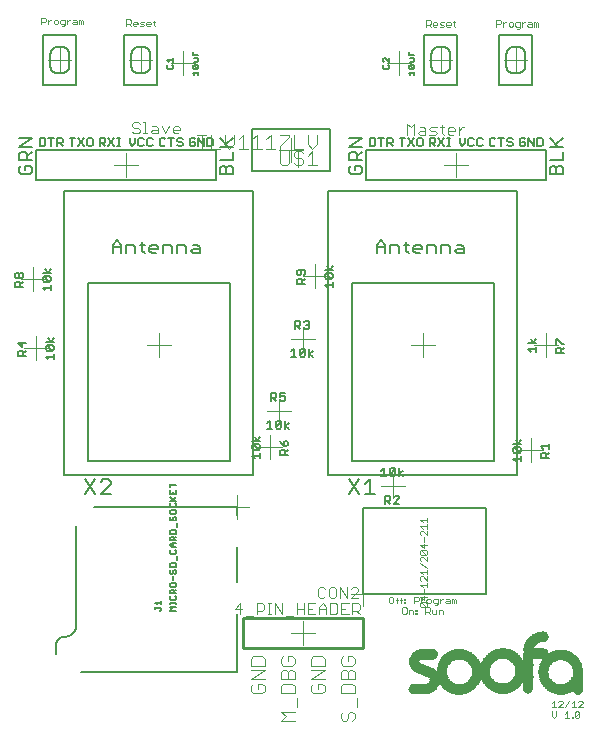
<source format=gto>
G75*
%MOIN*%
%OFA0B0*%
%FSLAX25Y25*%
%IPPOS*%
%LPD*%
%AMOC8*
5,1,8,0,0,1.08239X$1,22.5*
%
%ADD10R,0.00880X0.00040*%
%ADD11R,0.01760X0.00040*%
%ADD12R,0.00760X0.00040*%
%ADD13R,0.00400X0.00040*%
%ADD14R,0.02400X0.00040*%
%ADD15R,0.01720X0.00040*%
%ADD16R,0.00800X0.00040*%
%ADD17R,0.02800X0.00040*%
%ADD18R,0.02360X0.00040*%
%ADD19R,0.01120X0.00040*%
%ADD20R,0.03200X0.00040*%
%ADD21R,0.02800X0.00040*%
%ADD22R,0.01280X0.00040*%
%ADD23R,0.03560X0.00040*%
%ADD24R,0.03160X0.00040*%
%ADD25R,0.01520X0.00040*%
%ADD26R,0.04800X0.00040*%
%ADD27R,0.03840X0.00040*%
%ADD28R,0.03520X0.00040*%
%ADD29R,0.01640X0.00040*%
%ADD30R,0.05280X0.00040*%
%ADD31R,0.04160X0.00040*%
%ADD32R,0.05600X0.00040*%
%ADD33R,0.04400X0.00040*%
%ADD34R,0.04120X0.00040*%
%ADD35R,0.01920X0.00040*%
%ADD36R,0.05880X0.00040*%
%ADD37R,0.04680X0.00040*%
%ADD38R,0.02360X0.00040*%
%ADD39R,0.04400X0.00040*%
%ADD40R,0.02000X0.00040*%
%ADD41R,0.06120X0.00040*%
%ADD42R,0.04880X0.00040*%
%ADD43R,0.00600X0.00040*%
%ADD44R,0.04640X0.00040*%
%ADD45R,0.02080X0.00040*%
%ADD46R,0.06320X0.00040*%
%ADD47R,0.05120X0.00040*%
%ADD48R,0.03200X0.00040*%
%ADD49R,0.00920X0.00040*%
%ADD50R,0.02200X0.00040*%
%ADD51R,0.06520X0.00040*%
%ADD52R,0.05360X0.00040*%
%ADD53R,0.01160X0.00040*%
%ADD54R,0.05080X0.00040*%
%ADD55R,0.02280X0.00040*%
%ADD56R,0.06680X0.00040*%
%ADD57R,0.05520X0.00040*%
%ADD58R,0.01360X0.00040*%
%ADD59R,0.05320X0.00040*%
%ADD60R,0.06800X0.00040*%
%ADD61R,0.05760X0.00040*%
%ADD62R,0.04160X0.00040*%
%ADD63R,0.01560X0.00040*%
%ADD64R,0.05480X0.00040*%
%ADD65R,0.02440X0.00040*%
%ADD66R,0.07000X0.00040*%
%ADD67R,0.05920X0.00040*%
%ADD68R,0.01680X0.00040*%
%ADD69R,0.05720X0.00040*%
%ADD70R,0.02480X0.00040*%
%ADD71R,0.07120X0.00040*%
%ADD72R,0.01800X0.00040*%
%ADD73R,0.05880X0.00040*%
%ADD74R,0.02560X0.00040*%
%ADD75R,0.07240X0.00040*%
%ADD76R,0.01920X0.00040*%
%ADD77R,0.06040X0.00040*%
%ADD78R,0.02640X0.00040*%
%ADD79R,0.07360X0.00040*%
%ADD80R,0.06480X0.00040*%
%ADD81R,0.05120X0.00040*%
%ADD82R,0.02040X0.00040*%
%ADD83R,0.06240X0.00040*%
%ADD84R,0.02680X0.00040*%
%ADD85R,0.07480X0.00040*%
%ADD86R,0.06640X0.00040*%
%ADD87R,0.05360X0.00040*%
%ADD88R,0.02120X0.00040*%
%ADD89R,0.06440X0.00040*%
%ADD90R,0.02720X0.00040*%
%ADD91R,0.07560X0.00040*%
%ADD92R,0.06800X0.00040*%
%ADD93R,0.05520X0.00040*%
%ADD94R,0.06600X0.00040*%
%ADD95R,0.02760X0.00040*%
%ADD96R,0.07680X0.00040*%
%ADD97R,0.06960X0.00040*%
%ADD98R,0.05760X0.00040*%
%ADD99R,0.06720X0.00040*%
%ADD100R,0.02840X0.00040*%
%ADD101R,0.07800X0.00040*%
%ADD102R,0.07120X0.00040*%
%ADD103R,0.05920X0.00040*%
%ADD104R,0.06840X0.00040*%
%ADD105R,0.07880X0.00040*%
%ADD106R,0.06080X0.00040*%
%ADD107R,0.02440X0.00040*%
%ADD108R,0.02920X0.00040*%
%ADD109R,0.07960X0.00040*%
%ADD110R,0.07360X0.00040*%
%ADD111R,0.06320X0.00040*%
%ADD112R,0.02520X0.00040*%
%ADD113R,0.07160X0.00040*%
%ADD114R,0.02920X0.00040*%
%ADD115R,0.08040X0.00040*%
%ADD116R,0.07520X0.00040*%
%ADD117R,0.07320X0.00040*%
%ADD118R,0.02960X0.00040*%
%ADD119R,0.08120X0.00040*%
%ADD120R,0.06640X0.00040*%
%ADD121R,0.07480X0.00040*%
%ADD122R,0.03000X0.00040*%
%ADD123R,0.08200X0.00040*%
%ADD124R,0.07760X0.00040*%
%ADD125R,0.08280X0.00040*%
%ADD126R,0.07920X0.00040*%
%ADD127R,0.02720X0.00040*%
%ADD128R,0.07720X0.00040*%
%ADD129R,0.03080X0.00040*%
%ADD130R,0.08360X0.00040*%
%ADD131R,0.08080X0.00040*%
%ADD132R,0.07120X0.00040*%
%ADD133R,0.02760X0.00040*%
%ADD134R,0.07840X0.00040*%
%ADD135R,0.03080X0.00040*%
%ADD136R,0.08440X0.00040*%
%ADD137R,0.08160X0.00040*%
%ADD138R,0.07200X0.00040*%
%ADD139R,0.07960X0.00040*%
%ADD140R,0.08520X0.00040*%
%ADD141R,0.08320X0.00040*%
%ADD142R,0.08080X0.00040*%
%ADD143R,0.03120X0.00040*%
%ADD144R,0.08560X0.00040*%
%ADD145R,0.08400X0.00040*%
%ADD146R,0.07520X0.00040*%
%ADD147R,0.08600X0.00040*%
%ADD148R,0.11520X0.00040*%
%ADD149R,0.08720X0.00040*%
%ADD150R,0.08640X0.00040*%
%ADD151R,0.07760X0.00040*%
%ADD152R,0.02960X0.00040*%
%ADD153R,0.11560X0.00040*%
%ADD154R,0.08760X0.00040*%
%ADD155R,0.08720X0.00040*%
%ADD156R,0.07920X0.00040*%
%ADD157R,0.11640X0.00040*%
%ADD158R,0.08800X0.00040*%
%ADD159R,0.08880X0.00040*%
%ADD160R,0.08040X0.00040*%
%ADD161R,0.11680X0.00040*%
%ADD162R,0.08840X0.00040*%
%ADD163R,0.08960X0.00040*%
%ADD164R,0.03040X0.00040*%
%ADD165R,0.11720X0.00040*%
%ADD166R,0.08920X0.00040*%
%ADD167R,0.09040X0.00040*%
%ADD168R,0.08320X0.00040*%
%ADD169R,0.11840X0.00040*%
%ADD170R,0.08960X0.00040*%
%ADD171R,0.09200X0.00040*%
%ADD172R,0.08400X0.00040*%
%ADD173R,0.11880X0.00040*%
%ADD174R,0.09000X0.00040*%
%ADD175R,0.09280X0.00040*%
%ADD176R,0.08520X0.00040*%
%ADD177R,0.03120X0.00040*%
%ADD178R,0.11920X0.00040*%
%ADD179R,0.09040X0.00040*%
%ADD180R,0.09360X0.00040*%
%ADD181R,0.08640X0.00040*%
%ADD182R,0.11960X0.00040*%
%ADD183R,0.09080X0.00040*%
%ADD184R,0.09480X0.00040*%
%ADD185R,0.08720X0.00040*%
%ADD186R,0.12040X0.00040*%
%ADD187R,0.09120X0.00040*%
%ADD188R,0.09600X0.00040*%
%ADD189R,0.12080X0.00040*%
%ADD190R,0.09160X0.00040*%
%ADD191R,0.09680X0.00040*%
%ADD192R,0.03160X0.00040*%
%ADD193R,0.12120X0.00040*%
%ADD194R,0.09200X0.00040*%
%ADD195R,0.09760X0.00040*%
%ADD196R,0.12160X0.00040*%
%ADD197R,0.09240X0.00040*%
%ADD198R,0.09840X0.00040*%
%ADD199R,0.12200X0.00040*%
%ADD200R,0.09920X0.00040*%
%ADD201R,0.12280X0.00040*%
%ADD202R,0.10040X0.00040*%
%ADD203R,0.12320X0.00040*%
%ADD204R,0.09320X0.00040*%
%ADD205R,0.10160X0.00040*%
%ADD206R,0.09480X0.00040*%
%ADD207R,0.03240X0.00040*%
%ADD208R,0.12360X0.00040*%
%ADD209R,0.10240X0.00040*%
%ADD210R,0.03240X0.00040*%
%ADD211R,0.12400X0.00040*%
%ADD212R,0.09400X0.00040*%
%ADD213R,0.10320X0.00040*%
%ADD214R,0.09680X0.00040*%
%ADD215R,0.12440X0.00040*%
%ADD216R,0.10400X0.00040*%
%ADD217R,0.12480X0.00040*%
%ADD218R,0.09440X0.00040*%
%ADD219R,0.10480X0.00040*%
%ADD220R,0.12520X0.00040*%
%ADD221R,0.10560X0.00040*%
%ADD222R,0.09920X0.00040*%
%ADD223R,0.12560X0.00040*%
%ADD224R,0.10640X0.00040*%
%ADD225R,0.12600X0.00040*%
%ADD226R,0.10720X0.00040*%
%ADD227R,0.10160X0.00040*%
%ADD228R,0.12640X0.00040*%
%ADD229R,0.09520X0.00040*%
%ADD230R,0.10800X0.00040*%
%ADD231R,0.12680X0.00040*%
%ADD232R,0.09560X0.00040*%
%ADD233R,0.10880X0.00040*%
%ADD234R,0.10320X0.00040*%
%ADD235R,0.12720X0.00040*%
%ADD236R,0.09520X0.00040*%
%ADD237R,0.10960X0.00040*%
%ADD238R,0.10400X0.00040*%
%ADD239R,0.12760X0.00040*%
%ADD240R,0.11040X0.00040*%
%ADD241R,0.12800X0.00040*%
%ADD242R,0.11120X0.00040*%
%ADD243R,0.10560X0.00040*%
%ADD244R,0.12840X0.00040*%
%ADD245R,0.12880X0.00040*%
%ADD246R,0.11200X0.00040*%
%ADD247R,0.10720X0.00040*%
%ADD248R,0.12920X0.00040*%
%ADD249R,0.09560X0.00040*%
%ADD250R,0.11280X0.00040*%
%ADD251R,0.10800X0.00040*%
%ADD252R,0.12960X0.00040*%
%ADD253R,0.11360X0.00040*%
%ADD254R,0.12960X0.00040*%
%ADD255R,0.11440X0.00040*%
%ADD256R,0.10960X0.00040*%
%ADD257R,0.13000X0.00040*%
%ADD258R,0.11520X0.00040*%
%ADD259R,0.13040X0.00040*%
%ADD260R,0.11600X0.00040*%
%ADD261R,0.11080X0.00040*%
%ADD262R,0.13080X0.00040*%
%ADD263R,0.11600X0.00040*%
%ADD264R,0.11120X0.00040*%
%ADD265R,0.13120X0.00040*%
%ADD266R,0.13160X0.00040*%
%ADD267R,0.11760X0.00040*%
%ADD268R,0.11280X0.00040*%
%ADD269R,0.09520X0.00040*%
%ADD270R,0.13200X0.00040*%
%ADD271R,0.11920X0.00040*%
%ADD272R,0.13240X0.00040*%
%ADD273R,0.11920X0.00040*%
%ADD274R,0.11520X0.00040*%
%ADD275R,0.13280X0.00040*%
%ADD276R,0.12000X0.00040*%
%ADD277R,0.13280X0.00040*%
%ADD278R,0.09440X0.00040*%
%ADD279R,0.13320X0.00040*%
%ADD280R,0.13360X0.00040*%
%ADD281R,0.13400X0.00040*%
%ADD282R,0.09320X0.00040*%
%ADD283R,0.12240X0.00040*%
%ADD284R,0.11840X0.00040*%
%ADD285R,0.13400X0.00040*%
%ADD286R,0.12320X0.00040*%
%ADD287R,0.13440X0.00040*%
%ADD288R,0.05640X0.00040*%
%ADD289R,0.13480X0.00040*%
%ADD290R,0.05400X0.00040*%
%ADD291R,0.06880X0.00040*%
%ADD292R,0.05240X0.00040*%
%ADD293R,0.08920X0.00040*%
%ADD294R,0.05120X0.00040*%
%ADD295R,0.05120X0.00040*%
%ADD296R,0.12160X0.00040*%
%ADD297R,0.05240X0.00040*%
%ADD298R,0.06440X0.00040*%
%ADD299R,0.05000X0.00040*%
%ADD300R,0.06280X0.00040*%
%ADD301R,0.04320X0.00040*%
%ADD302R,0.04920X0.00040*%
%ADD303R,0.04920X0.00040*%
%ADD304R,0.12240X0.00040*%
%ADD305R,0.06160X0.00040*%
%ADD306R,0.04840X0.00040*%
%ADD307R,0.06040X0.00040*%
%ADD308R,0.04000X0.00040*%
%ADD309R,0.04760X0.00040*%
%ADD310R,0.03920X0.00040*%
%ADD311R,0.04720X0.00040*%
%ADD312R,0.04720X0.00040*%
%ADD313R,0.05400X0.00040*%
%ADD314R,0.05840X0.00040*%
%ADD315R,0.04600X0.00040*%
%ADD316R,0.04680X0.00040*%
%ADD317R,0.05720X0.00040*%
%ADD318R,0.03760X0.00040*%
%ADD319R,0.04560X0.00040*%
%ADD320R,0.03680X0.00040*%
%ADD321R,0.04480X0.00040*%
%ADD322R,0.04520X0.00040*%
%ADD323R,0.05560X0.00040*%
%ADD324R,0.04440X0.00040*%
%ADD325R,0.04440X0.00040*%
%ADD326R,0.05480X0.00040*%
%ADD327R,0.03600X0.00040*%
%ADD328R,0.04440X0.00040*%
%ADD329R,0.04840X0.00040*%
%ADD330R,0.04440X0.00040*%
%ADD331R,0.04360X0.00040*%
%ADD332R,0.04720X0.00040*%
%ADD333R,0.04720X0.00040*%
%ADD334R,0.03480X0.00040*%
%ADD335R,0.04280X0.00040*%
%ADD336R,0.05200X0.00040*%
%ADD337R,0.04240X0.00040*%
%ADD338R,0.05160X0.00040*%
%ADD339R,0.07680X0.00040*%
%ADD340R,0.04200X0.00040*%
%ADD341R,0.04480X0.00040*%
%ADD342R,0.04520X0.00040*%
%ADD343R,0.04240X0.00040*%
%ADD344R,0.05080X0.00040*%
%ADD345R,0.05040X0.00040*%
%ADD346R,0.04960X0.00040*%
%ADD347R,0.07440X0.00040*%
%ADD348R,0.04080X0.00040*%
%ADD349R,0.04320X0.00040*%
%ADD350R,0.07280X0.00040*%
%ADD351R,0.04040X0.00040*%
%ADD352R,0.04280X0.00040*%
%ADD353R,0.04040X0.00040*%
%ADD354R,0.04800X0.00040*%
%ADD355R,0.04040X0.00040*%
%ADD356R,0.04240X0.00040*%
%ADD357R,0.04040X0.00040*%
%ADD358R,0.07160X0.00040*%
%ADD359R,0.04200X0.00040*%
%ADD360R,0.03960X0.00040*%
%ADD361R,0.07080X0.00040*%
%ADD362R,0.03920X0.00040*%
%ADD363R,0.06960X0.00040*%
%ADD364R,0.03880X0.00040*%
%ADD365R,0.04120X0.00040*%
%ADD366R,0.04600X0.00040*%
%ADD367R,0.06920X0.00040*%
%ADD368R,0.03880X0.00040*%
%ADD369R,0.06840X0.00040*%
%ADD370R,0.06760X0.00040*%
%ADD371R,0.03800X0.00040*%
%ADD372R,0.06720X0.00040*%
%ADD373R,0.03800X0.00040*%
%ADD374R,0.03920X0.00040*%
%ADD375R,0.03720X0.00040*%
%ADD376R,0.03720X0.00040*%
%ADD377R,0.03840X0.00040*%
%ADD378R,0.06560X0.00040*%
%ADD379R,0.03720X0.00040*%
%ADD380R,0.03840X0.00040*%
%ADD381R,0.03640X0.00040*%
%ADD382R,0.06440X0.00040*%
%ADD383R,0.04120X0.00040*%
%ADD384R,0.03600X0.00040*%
%ADD385R,0.06400X0.00040*%
%ADD386R,0.03640X0.00040*%
%ADD387R,0.03760X0.00040*%
%ADD388R,0.03720X0.00040*%
%ADD389R,0.06360X0.00040*%
%ADD390R,0.06320X0.00040*%
%ADD391R,0.03520X0.00040*%
%ADD392R,0.03640X0.00040*%
%ADD393R,0.06840X0.00040*%
%ADD394R,0.03520X0.00040*%
%ADD395R,0.03640X0.00040*%
%ADD396R,0.03520X0.00040*%
%ADD397R,0.06720X0.00040*%
%ADD398R,0.06280X0.00040*%
%ADD399R,0.03480X0.00040*%
%ADD400R,0.03560X0.00040*%
%ADD401R,0.06720X0.00040*%
%ADD402R,0.03440X0.00040*%
%ADD403R,0.06920X0.00040*%
%ADD404R,0.06360X0.00040*%
%ADD405R,0.06920X0.00040*%
%ADD406R,0.03400X0.00040*%
%ADD407R,0.03680X0.00040*%
%ADD408R,0.06560X0.00040*%
%ADD409R,0.03400X0.00040*%
%ADD410R,0.06440X0.00040*%
%ADD411R,0.06520X0.00040*%
%ADD412R,0.06680X0.00040*%
%ADD413R,0.06480X0.00040*%
%ADD414R,0.03360X0.00040*%
%ADD415R,0.06640X0.00040*%
%ADD416R,0.03360X0.00040*%
%ADD417R,0.06400X0.00040*%
%ADD418R,0.03320X0.00040*%
%ADD419R,0.07040X0.00040*%
%ADD420R,0.03320X0.00040*%
%ADD421R,0.07280X0.00040*%
%ADD422R,0.07400X0.00040*%
%ADD423R,0.07440X0.00040*%
%ADD424R,0.03280X0.00040*%
%ADD425R,0.03440X0.00040*%
%ADD426R,0.07640X0.00040*%
%ADD427R,0.07720X0.00040*%
%ADD428R,0.06240X0.00040*%
%ADD429R,0.03280X0.00040*%
%ADD430R,0.06200X0.00040*%
%ADD431R,0.07920X0.00040*%
%ADD432R,0.06200X0.00040*%
%ADD433R,0.08000X0.00040*%
%ADD434R,0.08240X0.00040*%
%ADD435R,0.06120X0.00040*%
%ADD436R,0.06120X0.00040*%
%ADD437R,0.03320X0.00040*%
%ADD438R,0.06120X0.00040*%
%ADD439R,0.03320X0.00040*%
%ADD440R,0.06000X0.00040*%
%ADD441R,0.08800X0.00040*%
%ADD442R,0.06000X0.00040*%
%ADD443R,0.06080X0.00040*%
%ADD444R,0.05960X0.00040*%
%ADD445R,0.09160X0.00040*%
%ADD446R,0.09280X0.00040*%
%ADD447R,0.05920X0.00040*%
%ADD448R,0.06040X0.00040*%
%ADD449R,0.09640X0.00040*%
%ADD450R,0.09760X0.00040*%
%ADD451R,0.09800X0.00040*%
%ADD452R,0.05840X0.00040*%
%ADD453R,0.09920X0.00040*%
%ADD454R,0.10000X0.00040*%
%ADD455R,0.10080X0.00040*%
%ADD456R,0.05800X0.00040*%
%ADD457R,0.07200X0.00040*%
%ADD458R,0.05800X0.00040*%
%ADD459R,0.05960X0.00040*%
%ADD460R,0.07240X0.00040*%
%ADD461R,0.03240X0.00040*%
%ADD462R,0.07320X0.00040*%
%ADD463R,0.07320X0.00040*%
%ADD464R,0.03240X0.00040*%
%ADD465R,0.05920X0.00040*%
%ADD466R,0.07000X0.00040*%
%ADD467R,0.06040X0.00040*%
%ADD468R,0.06160X0.00040*%
%ADD469R,0.06320X0.00040*%
%ADD470R,0.03440X0.00040*%
%ADD471R,0.05560X0.00040*%
%ADD472R,0.06600X0.00040*%
%ADD473R,0.05320X0.00040*%
%ADD474R,0.05160X0.00040*%
%ADD475R,0.04520X0.00040*%
%ADD476R,0.06880X0.00040*%
%ADD477R,0.03920X0.00040*%
%ADD478R,0.04000X0.00040*%
%ADD479R,0.03840X0.00040*%
%ADD480R,0.03960X0.00040*%
%ADD481R,0.04360X0.00040*%
%ADD482R,0.04640X0.00040*%
%ADD483R,0.05040X0.00040*%
%ADD484R,0.05040X0.00040*%
%ADD485R,0.12120X0.00040*%
%ADD486R,0.12120X0.00040*%
%ADD487R,0.04640X0.00040*%
%ADD488R,0.12040X0.00040*%
%ADD489R,0.11880X0.00040*%
%ADD490R,0.08160X0.00040*%
%ADD491R,0.11800X0.00040*%
%ADD492R,0.11720X0.00040*%
%ADD493R,0.08480X0.00040*%
%ADD494R,0.11640X0.00040*%
%ADD495R,0.08560X0.00040*%
%ADD496R,0.12000X0.00040*%
%ADD497R,0.05680X0.00040*%
%ADD498R,0.18120X0.00040*%
%ADD499R,0.08680X0.00040*%
%ADD500R,0.18080X0.00040*%
%ADD501R,0.18040X0.00040*%
%ADD502R,0.11680X0.00040*%
%ADD503R,0.12080X0.00040*%
%ADD504R,0.18000X0.00040*%
%ADD505R,0.08840X0.00040*%
%ADD506R,0.17960X0.00040*%
%ADD507R,0.17920X0.00040*%
%ADD508R,0.11480X0.00040*%
%ADD509R,0.17880X0.00040*%
%ADD510R,0.17840X0.00040*%
%ADD511R,0.08880X0.00040*%
%ADD512R,0.11360X0.00040*%
%ADD513R,0.17800X0.00040*%
%ADD514R,0.08920X0.00040*%
%ADD515R,0.17760X0.00040*%
%ADD516R,0.17720X0.00040*%
%ADD517R,0.17680X0.00040*%
%ADD518R,0.17640X0.00040*%
%ADD519R,0.11480X0.00040*%
%ADD520R,0.17600X0.00040*%
%ADD521R,0.17560X0.00040*%
%ADD522R,0.17520X0.00040*%
%ADD523R,0.17480X0.00040*%
%ADD524R,0.17440X0.00040*%
%ADD525R,0.10640X0.00040*%
%ADD526R,0.17400X0.00040*%
%ADD527R,0.17360X0.00040*%
%ADD528R,0.17320X0.00040*%
%ADD529R,0.17280X0.00040*%
%ADD530R,0.17240X0.00040*%
%ADD531R,0.10760X0.00040*%
%ADD532R,0.17200X0.00040*%
%ADD533R,0.17160X0.00040*%
%ADD534R,0.17080X0.00040*%
%ADD535R,0.17040X0.00040*%
%ADD536R,0.10440X0.00040*%
%ADD537R,0.17000X0.00040*%
%ADD538R,0.08720X0.00040*%
%ADD539R,0.10320X0.00040*%
%ADD540R,0.16960X0.00040*%
%ADD541R,0.16880X0.00040*%
%ADD542R,0.08640X0.00040*%
%ADD543R,0.16840X0.00040*%
%ADD544R,0.16800X0.00040*%
%ADD545R,0.16720X0.00040*%
%ADD546R,0.16680X0.00040*%
%ADD547R,0.16640X0.00040*%
%ADD548R,0.16560X0.00040*%
%ADD549R,0.08440X0.00040*%
%ADD550R,0.16520X0.00040*%
%ADD551R,0.16440X0.00040*%
%ADD552R,0.09440X0.00040*%
%ADD553R,0.08320X0.00040*%
%ADD554R,0.08040X0.00040*%
%ADD555R,0.09120X0.00040*%
%ADD556R,0.07640X0.00040*%
%ADD557R,0.07400X0.00040*%
%ADD558R,0.07600X0.00040*%
%ADD559R,0.07800X0.00040*%
%ADD560R,0.08280X0.00040*%
%ADD561R,0.07040X0.00040*%
%ADD562R,0.08200X0.00040*%
%ADD563R,0.06920X0.00040*%
%ADD564R,0.08120X0.00040*%
%ADD565R,0.08120X0.00040*%
%ADD566R,0.04880X0.00040*%
%ADD567R,0.06240X0.00040*%
%ADD568R,0.08000X0.00040*%
%ADD569R,0.02520X0.00040*%
%ADD570R,0.02040X0.00040*%
%ADD571R,0.01240X0.00040*%
%ADD572R,0.05280X0.00040*%
%ADD573R,0.02720X0.00040*%
%ADD574R,0.02240X0.00040*%
%ADD575R,0.01600X0.00040*%
%ADD576R,0.00560X0.00040*%
%ADD577R,0.04080X0.00040*%
%ADD578R,0.07520X0.00040*%
%ADD579R,0.02240X0.00040*%
%ADD580R,0.00560X0.00040*%
%ADD581R,0.05440X0.00040*%
%ADD582R,0.06240X0.00040*%
%ADD583R,0.05840X0.00040*%
%ADD584R,0.05440X0.00040*%
%ADD585R,0.04760X0.00040*%
%ADD586R,0.02320X0.00040*%
%ADD587R,0.01720X0.00040*%
%ADD588C,0.00200*%
%ADD589C,0.00300*%
%ADD590C,0.00500*%
%ADD591C,0.00000*%
%ADD592C,0.00800*%
%ADD593C,0.00600*%
%ADD594C,0.00400*%
%ADD595C,0.00700*%
%ADD596C,0.01000*%
D10*
X0161887Y0013320D03*
D11*
X0161887Y0013360D03*
X0176247Y0013640D03*
X0201367Y0013600D03*
D12*
X0195627Y0013360D03*
D13*
X0201367Y0013360D03*
D14*
X0161887Y0013400D03*
D15*
X0195627Y0013400D03*
D16*
X0201367Y0013400D03*
X0176247Y0013600D03*
D17*
X0176247Y0013720D03*
X0161887Y0013440D03*
D18*
X0184867Y0014200D03*
X0195627Y0013440D03*
X0201387Y0013840D03*
D19*
X0201367Y0013440D03*
D20*
X0161887Y0013480D03*
X0156007Y0020880D03*
X0156007Y0021080D03*
D21*
X0195647Y0013480D03*
D22*
X0201367Y0013480D03*
X0189567Y0034080D03*
D23*
X0185307Y0029520D03*
X0185267Y0029440D03*
X0190427Y0023040D03*
X0190387Y0023000D03*
X0190387Y0022960D03*
X0190347Y0018520D03*
X0190387Y0018440D03*
X0190427Y0018360D03*
X0201227Y0019120D03*
X0201227Y0019160D03*
X0201227Y0019200D03*
X0200867Y0022920D03*
X0200867Y0022960D03*
X0170907Y0023400D03*
X0170867Y0023320D03*
X0167227Y0023160D03*
X0167187Y0023200D03*
X0167267Y0018520D03*
X0167227Y0018440D03*
X0167187Y0018360D03*
X0170907Y0018720D03*
X0170947Y0018640D03*
X0161907Y0013520D03*
X0153427Y0017120D03*
X0156507Y0023040D03*
X0156547Y0023120D03*
X0156587Y0023200D03*
D24*
X0184867Y0015120D03*
X0184867Y0015040D03*
X0184867Y0015000D03*
X0195627Y0013520D03*
X0201387Y0014600D03*
X0189267Y0033800D03*
D25*
X0201367Y0013520D03*
D26*
X0191767Y0016840D03*
X0180207Y0025040D03*
X0186447Y0030760D03*
X0172287Y0025040D03*
X0165847Y0024760D03*
X0157927Y0024760D03*
X0165807Y0016800D03*
X0148727Y0013560D03*
X0147807Y0023040D03*
D27*
X0147207Y0024960D03*
X0153247Y0016920D03*
X0156967Y0023800D03*
X0166807Y0023800D03*
X0166847Y0023760D03*
X0166847Y0017800D03*
X0166807Y0017760D03*
X0161887Y0013560D03*
X0171287Y0024040D03*
X0181207Y0024040D03*
X0181167Y0018040D03*
X0176247Y0013840D03*
X0190767Y0017800D03*
X0190767Y0023600D03*
X0185607Y0030000D03*
X0185647Y0030040D03*
X0200487Y0023600D03*
X0201087Y0018600D03*
X0195647Y0013600D03*
D28*
X0195647Y0013560D03*
X0201247Y0019240D03*
X0185247Y0029360D03*
X0185247Y0029400D03*
X0176247Y0013800D03*
X0170807Y0023200D03*
X0156447Y0022920D03*
X0153447Y0017160D03*
X0147007Y0023640D03*
X0147007Y0024800D03*
D29*
X0201387Y0013560D03*
D30*
X0200367Y0017160D03*
X0199127Y0024760D03*
X0188727Y0033000D03*
X0179847Y0016920D03*
X0172647Y0016920D03*
X0161887Y0027800D03*
X0158287Y0016640D03*
X0148767Y0013600D03*
D31*
X0157327Y0024240D03*
X0166447Y0017320D03*
X0161887Y0013600D03*
X0171687Y0017600D03*
X0171687Y0024520D03*
X0180807Y0017600D03*
X0191127Y0017360D03*
X0191167Y0017320D03*
X0200127Y0024040D03*
X0200927Y0018160D03*
X0200927Y0018120D03*
D32*
X0192327Y0016600D03*
X0188607Y0032800D03*
X0165247Y0016560D03*
X0148807Y0013640D03*
D33*
X0147527Y0023240D03*
X0157607Y0024520D03*
X0166167Y0024520D03*
X0171927Y0024760D03*
X0171967Y0024800D03*
X0176247Y0028240D03*
X0180527Y0024800D03*
X0180567Y0024760D03*
X0186127Y0030560D03*
X0191407Y0024320D03*
X0199847Y0024320D03*
X0176247Y0013920D03*
X0161887Y0013640D03*
D34*
X0166467Y0017360D03*
X0166467Y0024240D03*
X0171667Y0017640D03*
X0180827Y0017640D03*
X0180827Y0024520D03*
X0189067Y0033520D03*
X0195627Y0013640D03*
X0157267Y0024200D03*
X0153067Y0016800D03*
D35*
X0201367Y0013640D03*
D36*
X0148867Y0013680D03*
D37*
X0161907Y0013680D03*
X0195627Y0027680D03*
D38*
X0176267Y0013680D03*
D39*
X0166207Y0024480D03*
X0157567Y0024480D03*
X0195647Y0013680D03*
X0200807Y0017880D03*
X0199887Y0024280D03*
D40*
X0201367Y0013680D03*
D41*
X0169107Y0019760D03*
X0169107Y0019800D03*
X0169107Y0019840D03*
X0161907Y0013960D03*
X0148907Y0013720D03*
X0148707Y0022400D03*
D42*
X0147847Y0023000D03*
X0161887Y0013720D03*
X0176247Y0014000D03*
X0176247Y0028160D03*
X0188847Y0033200D03*
X0199447Y0024600D03*
X0200567Y0017440D03*
X0195647Y0013760D03*
D43*
X0184867Y0013720D03*
D44*
X0176247Y0013960D03*
X0172167Y0024960D03*
X0176247Y0028200D03*
X0161887Y0027920D03*
X0147687Y0023120D03*
X0195647Y0013720D03*
X0200687Y0017640D03*
D45*
X0201367Y0013720D03*
D46*
X0187367Y0031040D03*
X0183327Y0022760D03*
X0183327Y0022720D03*
X0183327Y0019400D03*
X0183327Y0019360D03*
X0169127Y0019520D03*
X0161887Y0014000D03*
X0155167Y0018440D03*
X0155127Y0018520D03*
X0155087Y0018600D03*
X0154967Y0018800D03*
X0154927Y0018840D03*
X0148927Y0013760D03*
D47*
X0161887Y0013760D03*
X0172567Y0016960D03*
X0179927Y0016960D03*
D48*
X0176247Y0013760D03*
X0184847Y0015160D03*
X0184847Y0015200D03*
X0184847Y0015240D03*
X0189887Y0020200D03*
X0189887Y0021160D03*
X0189887Y0021200D03*
X0156007Y0021040D03*
X0156007Y0021000D03*
X0156007Y0020960D03*
X0156007Y0020920D03*
X0156007Y0020840D03*
X0156007Y0020800D03*
D49*
X0184867Y0013760D03*
D50*
X0184867Y0014120D03*
X0201387Y0013760D03*
D51*
X0188107Y0031920D03*
X0155307Y0018120D03*
X0148947Y0013800D03*
D52*
X0161887Y0013800D03*
X0188727Y0032960D03*
X0192167Y0016640D03*
X0200327Y0017120D03*
D53*
X0184867Y0013800D03*
D54*
X0191987Y0016720D03*
X0195627Y0013800D03*
D55*
X0201387Y0013800D03*
X0184867Y0014160D03*
D56*
X0183147Y0018720D03*
X0183147Y0023400D03*
X0183147Y0023440D03*
X0168987Y0022760D03*
X0155387Y0017920D03*
X0149147Y0022120D03*
X0150827Y0027760D03*
X0148987Y0013840D03*
D57*
X0161887Y0013840D03*
X0161887Y0027760D03*
D58*
X0184847Y0013840D03*
D59*
X0195627Y0013840D03*
X0179827Y0025240D03*
X0172667Y0025240D03*
X0165467Y0024960D03*
D60*
X0169007Y0022880D03*
X0149007Y0013880D03*
D61*
X0161887Y0013880D03*
D62*
X0176247Y0013880D03*
X0191167Y0024080D03*
X0200087Y0024080D03*
D63*
X0184867Y0013880D03*
D64*
X0195627Y0013880D03*
X0179707Y0025280D03*
X0172787Y0025280D03*
X0188667Y0032880D03*
D65*
X0201387Y0013880D03*
D66*
X0195627Y0014240D03*
X0182987Y0018320D03*
X0182987Y0023840D03*
X0168987Y0023040D03*
X0169147Y0018800D03*
X0169147Y0018760D03*
X0155507Y0017640D03*
X0149027Y0013920D03*
D67*
X0161887Y0013920D03*
X0169087Y0020240D03*
X0169087Y0020320D03*
X0169087Y0020360D03*
X0169087Y0020400D03*
X0188487Y0032560D03*
D68*
X0176247Y0028520D03*
X0184847Y0013920D03*
D69*
X0195627Y0013920D03*
X0165187Y0025040D03*
X0158587Y0025040D03*
X0148427Y0022600D03*
D70*
X0201367Y0013920D03*
D71*
X0149047Y0013960D03*
X0149607Y0021800D03*
D72*
X0184867Y0013960D03*
D73*
X0195627Y0013960D03*
X0188507Y0032600D03*
X0169067Y0021440D03*
X0169067Y0021400D03*
X0169067Y0021360D03*
X0169067Y0020440D03*
X0148547Y0022520D03*
D74*
X0184847Y0014320D03*
X0201367Y0013960D03*
X0189367Y0033920D03*
D75*
X0161907Y0014240D03*
X0155547Y0017520D03*
X0150587Y0020960D03*
X0149067Y0014000D03*
D76*
X0184847Y0014000D03*
D77*
X0195627Y0014000D03*
X0169027Y0021840D03*
X0169027Y0021920D03*
D78*
X0184847Y0014360D03*
X0201367Y0014000D03*
D79*
X0186967Y0028360D03*
X0176247Y0027600D03*
X0176247Y0014560D03*
X0161887Y0027320D03*
X0155567Y0017440D03*
X0150167Y0021320D03*
X0150127Y0021360D03*
X0150087Y0021400D03*
X0149087Y0014040D03*
D80*
X0155287Y0018160D03*
X0154767Y0019000D03*
X0161887Y0014040D03*
X0169127Y0019320D03*
X0169007Y0022520D03*
X0169007Y0022560D03*
X0176247Y0014320D03*
X0183247Y0019040D03*
X0187527Y0031160D03*
X0187567Y0031200D03*
X0188127Y0031960D03*
D81*
X0186647Y0030840D03*
X0176247Y0028120D03*
X0176247Y0014040D03*
D82*
X0184867Y0014040D03*
X0189467Y0034000D03*
D83*
X0183367Y0022600D03*
X0183367Y0022560D03*
X0183367Y0022520D03*
X0183367Y0019600D03*
X0183367Y0019560D03*
X0195647Y0014040D03*
X0169007Y0022240D03*
X0161887Y0027600D03*
D84*
X0184867Y0014400D03*
X0201387Y0014040D03*
D85*
X0161907Y0027280D03*
X0149107Y0014080D03*
D86*
X0154647Y0019080D03*
X0161887Y0014080D03*
D87*
X0176247Y0014080D03*
D88*
X0184867Y0014080D03*
D89*
X0195627Y0014080D03*
D90*
X0201367Y0014080D03*
D91*
X0195627Y0014400D03*
X0155627Y0017320D03*
X0154027Y0019520D03*
X0149147Y0014120D03*
D92*
X0155447Y0017800D03*
X0154527Y0019160D03*
X0161887Y0014120D03*
X0169127Y0018960D03*
X0176247Y0014400D03*
X0183087Y0018560D03*
X0183087Y0023560D03*
X0183087Y0023600D03*
X0150807Y0027720D03*
D93*
X0176247Y0028040D03*
X0176247Y0014120D03*
X0192247Y0024800D03*
X0199007Y0024800D03*
D94*
X0195627Y0014120D03*
X0183187Y0018840D03*
X0187707Y0031360D03*
X0187747Y0031400D03*
X0187787Y0031440D03*
X0187827Y0031520D03*
X0187867Y0031560D03*
X0187907Y0031600D03*
X0169147Y0019160D03*
X0155347Y0018040D03*
X0155347Y0018000D03*
D95*
X0201387Y0014120D03*
D96*
X0187127Y0028160D03*
X0176247Y0014640D03*
X0161887Y0014360D03*
X0149167Y0014160D03*
X0150647Y0027360D03*
D97*
X0149447Y0021920D03*
X0154447Y0019240D03*
X0161887Y0014160D03*
X0176247Y0014440D03*
X0183007Y0018360D03*
X0183007Y0023800D03*
D98*
X0188567Y0032720D03*
X0176247Y0014160D03*
D99*
X0169007Y0022800D03*
X0176247Y0027760D03*
X0195647Y0014160D03*
X0154607Y0019120D03*
D100*
X0184867Y0014560D03*
X0184867Y0014520D03*
X0201387Y0014200D03*
X0201387Y0014160D03*
D101*
X0195627Y0026960D03*
X0153867Y0019640D03*
X0149187Y0014200D03*
D102*
X0154327Y0019320D03*
X0150767Y0020800D03*
X0161887Y0014200D03*
D103*
X0169047Y0021520D03*
X0169047Y0021560D03*
X0169047Y0021600D03*
X0169047Y0021640D03*
X0176247Y0027960D03*
X0176247Y0014200D03*
X0200047Y0016840D03*
D104*
X0195627Y0014200D03*
D105*
X0195627Y0026920D03*
X0187187Y0028040D03*
X0161907Y0027160D03*
X0150587Y0027240D03*
X0149187Y0014240D03*
D106*
X0161887Y0027640D03*
X0169047Y0021960D03*
X0176247Y0027920D03*
X0183447Y0022040D03*
X0183447Y0022000D03*
X0183447Y0021960D03*
X0183447Y0020160D03*
X0183447Y0020120D03*
X0183447Y0020040D03*
X0176247Y0014240D03*
X0188407Y0032440D03*
D107*
X0184867Y0014240D03*
D108*
X0184867Y0014600D03*
X0184867Y0014640D03*
X0195627Y0027920D03*
X0201387Y0014240D03*
D109*
X0149227Y0014280D03*
D110*
X0161887Y0014280D03*
D111*
X0176247Y0014280D03*
D112*
X0184867Y0014280D03*
D113*
X0195627Y0014280D03*
D114*
X0201387Y0014280D03*
D115*
X0149227Y0014320D03*
D116*
X0161887Y0014320D03*
D117*
X0150387Y0021120D03*
X0150267Y0021240D03*
X0150027Y0021440D03*
X0195627Y0014320D03*
D118*
X0201367Y0014320D03*
X0189287Y0033840D03*
D119*
X0149267Y0014360D03*
D120*
X0155367Y0017960D03*
X0169007Y0022720D03*
X0176247Y0014360D03*
X0183167Y0018760D03*
X0183167Y0018800D03*
X0183167Y0023320D03*
X0183167Y0023360D03*
X0186647Y0028520D03*
X0199687Y0016640D03*
D121*
X0195627Y0014360D03*
X0195627Y0027040D03*
X0150667Y0027440D03*
D122*
X0184867Y0014760D03*
X0184867Y0014720D03*
X0201387Y0014400D03*
X0201387Y0014360D03*
D123*
X0195627Y0014600D03*
X0187347Y0027520D03*
X0187347Y0027560D03*
X0150507Y0027040D03*
X0149267Y0014400D03*
D124*
X0161887Y0014400D03*
X0161887Y0027200D03*
X0187167Y0028120D03*
D125*
X0187387Y0027320D03*
X0187387Y0027240D03*
X0187387Y0027200D03*
X0187387Y0027160D03*
X0187387Y0027120D03*
X0150467Y0026960D03*
X0149467Y0025120D03*
X0149307Y0014440D03*
D126*
X0161887Y0014440D03*
X0150567Y0027200D03*
D127*
X0176247Y0028440D03*
X0184847Y0014440D03*
D128*
X0195627Y0014440D03*
X0150627Y0027320D03*
D129*
X0184867Y0014840D03*
X0201387Y0014520D03*
X0201387Y0014440D03*
D130*
X0153547Y0019880D03*
X0150427Y0026880D03*
X0149307Y0014480D03*
D131*
X0161887Y0014480D03*
X0150527Y0027080D03*
D132*
X0176247Y0014480D03*
D133*
X0184867Y0014480D03*
X0189347Y0033880D03*
D134*
X0187167Y0028080D03*
X0195607Y0014480D03*
D135*
X0201387Y0014480D03*
X0184867Y0014880D03*
D136*
X0149347Y0014520D03*
D137*
X0153647Y0019800D03*
X0161887Y0014520D03*
X0176247Y0014800D03*
X0176247Y0027360D03*
X0187327Y0027600D03*
X0187327Y0027640D03*
D138*
X0176247Y0027640D03*
X0176247Y0014520D03*
X0161887Y0027360D03*
X0154247Y0019360D03*
D139*
X0149267Y0025040D03*
X0187227Y0027920D03*
X0187227Y0027960D03*
X0195627Y0014520D03*
D140*
X0149347Y0014560D03*
D141*
X0161887Y0014560D03*
D142*
X0187287Y0027760D03*
X0195607Y0014560D03*
D143*
X0201367Y0014560D03*
X0161887Y0028120D03*
D144*
X0149607Y0025240D03*
X0149367Y0014600D03*
X0161887Y0014640D03*
D145*
X0161887Y0014600D03*
X0153487Y0019920D03*
X0149527Y0025160D03*
X0150447Y0026840D03*
X0161887Y0027000D03*
D146*
X0155607Y0017360D03*
X0176247Y0014600D03*
X0176247Y0027560D03*
D147*
X0153387Y0020000D03*
X0150347Y0026640D03*
X0149387Y0014640D03*
D148*
X0176247Y0025840D03*
X0197207Y0014640D03*
D149*
X0149407Y0014680D03*
D150*
X0161887Y0014680D03*
D151*
X0176247Y0014680D03*
X0176247Y0027480D03*
D152*
X0184847Y0014680D03*
D153*
X0195627Y0025280D03*
X0197187Y0014680D03*
D154*
X0150267Y0026400D03*
X0150267Y0026440D03*
X0149787Y0025440D03*
X0149747Y0025400D03*
X0149427Y0014720D03*
D155*
X0150727Y0016720D03*
X0153327Y0020040D03*
X0161887Y0014720D03*
D156*
X0176247Y0014720D03*
X0176247Y0027440D03*
X0187207Y0028000D03*
D157*
X0197147Y0014720D03*
D158*
X0176247Y0027120D03*
X0161887Y0026840D03*
X0150247Y0026360D03*
X0149447Y0014760D03*
D159*
X0149887Y0025600D03*
X0149967Y0025760D03*
X0150087Y0026000D03*
X0150127Y0026120D03*
X0150167Y0026160D03*
X0150167Y0026200D03*
X0161887Y0014760D03*
X0176247Y0015040D03*
D160*
X0176267Y0014760D03*
X0187267Y0027800D03*
X0187267Y0027840D03*
X0153707Y0019760D03*
X0150547Y0027120D03*
D161*
X0161887Y0016120D03*
X0176247Y0016400D03*
X0176247Y0025760D03*
X0197127Y0014760D03*
D162*
X0150187Y0026240D03*
X0149907Y0025640D03*
X0149867Y0025560D03*
X0149467Y0014800D03*
D163*
X0153167Y0020160D03*
X0161887Y0014800D03*
X0161887Y0026800D03*
D164*
X0184847Y0014800D03*
D165*
X0197107Y0014800D03*
D166*
X0153227Y0020120D03*
X0149467Y0014840D03*
X0149987Y0025800D03*
X0150027Y0025840D03*
X0150067Y0025920D03*
X0150067Y0025960D03*
D167*
X0150567Y0016640D03*
X0161887Y0014840D03*
X0161887Y0026760D03*
X0176247Y0027040D03*
X0176247Y0015120D03*
D168*
X0176247Y0014840D03*
X0187407Y0026920D03*
X0187407Y0026960D03*
X0187407Y0027000D03*
X0187407Y0027040D03*
X0150447Y0026920D03*
D169*
X0161887Y0025400D03*
X0161887Y0025360D03*
X0161887Y0016200D03*
X0176247Y0025640D03*
X0197087Y0014840D03*
D170*
X0176247Y0015080D03*
X0176247Y0027080D03*
X0149487Y0014880D03*
D171*
X0161887Y0014880D03*
D172*
X0176247Y0014880D03*
X0176247Y0027280D03*
D173*
X0195627Y0025080D03*
X0197067Y0014880D03*
D174*
X0149507Y0014920D03*
D175*
X0149647Y0015240D03*
X0150407Y0016520D03*
X0161887Y0014920D03*
X0176247Y0015200D03*
X0176247Y0026960D03*
D176*
X0176267Y0014920D03*
X0153427Y0019960D03*
X0150387Y0026720D03*
D177*
X0176247Y0028400D03*
X0184847Y0014960D03*
X0184847Y0014920D03*
D178*
X0176247Y0016520D03*
X0176247Y0016560D03*
X0176247Y0025600D03*
X0197047Y0014920D03*
D179*
X0149527Y0014960D03*
D180*
X0149687Y0015320D03*
X0150327Y0016440D03*
X0152967Y0020320D03*
X0161887Y0014960D03*
X0161887Y0026640D03*
X0176247Y0026920D03*
X0176247Y0015240D03*
D181*
X0176247Y0014960D03*
X0176247Y0027200D03*
X0161887Y0026920D03*
X0149687Y0025320D03*
D182*
X0195627Y0025000D03*
X0197027Y0014960D03*
D183*
X0153107Y0020200D03*
X0149547Y0015000D03*
D184*
X0149787Y0015520D03*
X0149787Y0015560D03*
X0150227Y0016320D03*
X0161907Y0015000D03*
D185*
X0176247Y0015000D03*
X0176247Y0027160D03*
D186*
X0196987Y0015000D03*
D187*
X0161887Y0026720D03*
X0150487Y0016600D03*
X0149567Y0015040D03*
D188*
X0149887Y0015760D03*
X0149927Y0015840D03*
X0149967Y0015920D03*
X0150007Y0016000D03*
X0161887Y0015040D03*
X0176247Y0015320D03*
D189*
X0176247Y0016640D03*
X0176247Y0025520D03*
X0161887Y0025240D03*
X0161887Y0025200D03*
X0161887Y0016360D03*
X0196967Y0015040D03*
D190*
X0149587Y0015080D03*
D191*
X0161887Y0015080D03*
D192*
X0184867Y0015080D03*
D193*
X0196947Y0015080D03*
D194*
X0176247Y0015160D03*
X0150447Y0016560D03*
X0149607Y0015120D03*
D195*
X0161887Y0015120D03*
X0176247Y0015400D03*
X0176247Y0026760D03*
D196*
X0176247Y0025440D03*
X0176247Y0016720D03*
X0161887Y0016440D03*
X0161887Y0016400D03*
X0161887Y0025160D03*
X0196927Y0015120D03*
D197*
X0149627Y0015160D03*
X0149627Y0015200D03*
D198*
X0161887Y0015160D03*
X0161887Y0026440D03*
X0176247Y0026720D03*
X0176247Y0015440D03*
D199*
X0196907Y0015160D03*
D200*
X0161887Y0015200D03*
X0161887Y0026400D03*
D201*
X0176267Y0025360D03*
X0196867Y0015200D03*
D202*
X0176267Y0015520D03*
X0161907Y0015240D03*
D203*
X0176247Y0016800D03*
X0196847Y0015240D03*
D204*
X0149667Y0015280D03*
D205*
X0152527Y0020680D03*
X0161887Y0015280D03*
X0161887Y0026280D03*
D206*
X0150187Y0016280D03*
X0149747Y0015480D03*
X0176267Y0015280D03*
D207*
X0184867Y0015280D03*
X0184867Y0015480D03*
X0184867Y0015680D03*
X0184867Y0015880D03*
X0184867Y0016080D03*
X0184867Y0016280D03*
X0184867Y0016480D03*
X0184867Y0016680D03*
X0184867Y0016880D03*
X0184867Y0017080D03*
X0184867Y0017280D03*
X0184867Y0017480D03*
X0184867Y0017680D03*
X0184867Y0017880D03*
X0184867Y0018080D03*
X0184867Y0018280D03*
X0184867Y0023880D03*
X0184867Y0024080D03*
X0184867Y0024280D03*
X0184867Y0024480D03*
X0184867Y0024680D03*
X0184867Y0024880D03*
X0184867Y0025080D03*
X0184867Y0025280D03*
X0189907Y0021280D03*
X0189867Y0021080D03*
X0189867Y0020880D03*
X0189867Y0020680D03*
X0189867Y0020480D03*
X0189867Y0020280D03*
X0189907Y0020080D03*
X0201387Y0020480D03*
X0201387Y0020680D03*
X0201387Y0020880D03*
X0201347Y0021280D03*
X0156067Y0021480D03*
D208*
X0196827Y0015280D03*
D209*
X0176247Y0015600D03*
X0176247Y0026520D03*
X0161887Y0026240D03*
X0152487Y0020720D03*
X0161887Y0015320D03*
D210*
X0156067Y0021520D03*
X0156067Y0021560D03*
X0156067Y0021600D03*
X0156067Y0021640D03*
X0184867Y0023920D03*
X0184867Y0023960D03*
X0184867Y0024000D03*
X0184867Y0024040D03*
X0184867Y0024120D03*
X0184867Y0024160D03*
X0184867Y0024200D03*
X0184867Y0024240D03*
X0184867Y0024320D03*
X0184867Y0024360D03*
X0184867Y0024400D03*
X0184867Y0024440D03*
X0184867Y0024520D03*
X0184867Y0024560D03*
X0184867Y0024600D03*
X0184867Y0024640D03*
X0184867Y0024720D03*
X0184867Y0024760D03*
X0184867Y0024800D03*
X0184867Y0024840D03*
X0184867Y0024920D03*
X0184867Y0024960D03*
X0184867Y0025000D03*
X0184867Y0025040D03*
X0184867Y0025120D03*
X0184867Y0025160D03*
X0184867Y0025200D03*
X0184867Y0025240D03*
X0189947Y0021640D03*
X0189947Y0021600D03*
X0189907Y0021440D03*
X0189907Y0021400D03*
X0189907Y0021360D03*
X0189907Y0021320D03*
X0189907Y0021240D03*
X0189867Y0021120D03*
X0189867Y0021040D03*
X0189867Y0021000D03*
X0189867Y0020960D03*
X0189867Y0020920D03*
X0189867Y0020840D03*
X0189867Y0020800D03*
X0189867Y0020760D03*
X0189867Y0020720D03*
X0189867Y0020640D03*
X0189867Y0020600D03*
X0189867Y0020560D03*
X0189867Y0020520D03*
X0189867Y0020440D03*
X0189867Y0020400D03*
X0189867Y0020360D03*
X0189867Y0020320D03*
X0189867Y0020240D03*
X0189907Y0020160D03*
X0189907Y0020120D03*
X0189907Y0020040D03*
X0189907Y0020000D03*
X0189907Y0019960D03*
X0189947Y0019800D03*
X0189947Y0019760D03*
X0184867Y0018240D03*
X0184867Y0018200D03*
X0184867Y0018160D03*
X0184867Y0018120D03*
X0184867Y0018040D03*
X0184867Y0018000D03*
X0184867Y0017960D03*
X0184867Y0017920D03*
X0184867Y0017840D03*
X0184867Y0017800D03*
X0184867Y0017760D03*
X0184867Y0017720D03*
X0184867Y0017640D03*
X0184867Y0017600D03*
X0184867Y0017560D03*
X0184867Y0017520D03*
X0184867Y0017440D03*
X0184867Y0017400D03*
X0184867Y0017360D03*
X0184867Y0017320D03*
X0184867Y0017240D03*
X0184867Y0017200D03*
X0184867Y0017160D03*
X0184867Y0017120D03*
X0184867Y0017040D03*
X0184867Y0017000D03*
X0184867Y0016960D03*
X0184867Y0016920D03*
X0184867Y0016840D03*
X0184867Y0016800D03*
X0184867Y0016760D03*
X0184867Y0016720D03*
X0184867Y0016640D03*
X0184867Y0016600D03*
X0184867Y0016560D03*
X0184867Y0016520D03*
X0184867Y0016440D03*
X0184867Y0016400D03*
X0184867Y0016360D03*
X0184867Y0016320D03*
X0184867Y0016240D03*
X0184867Y0016200D03*
X0184867Y0016160D03*
X0184867Y0016120D03*
X0184867Y0016040D03*
X0184867Y0016000D03*
X0184867Y0015960D03*
X0184867Y0015920D03*
X0184867Y0015840D03*
X0184867Y0015800D03*
X0184867Y0015760D03*
X0184867Y0015720D03*
X0184867Y0015640D03*
X0184867Y0015600D03*
X0184867Y0015560D03*
X0184867Y0015520D03*
X0184867Y0015440D03*
X0184867Y0015400D03*
X0184867Y0015360D03*
X0184867Y0015320D03*
X0201387Y0020520D03*
X0201387Y0020560D03*
X0201387Y0020600D03*
X0201387Y0020640D03*
X0201387Y0020720D03*
X0201387Y0020760D03*
X0201387Y0020800D03*
X0201387Y0020840D03*
X0201387Y0020920D03*
X0201347Y0021200D03*
X0201347Y0021240D03*
X0201347Y0021320D03*
D211*
X0196807Y0015320D03*
D212*
X0149707Y0015360D03*
X0149707Y0015400D03*
D213*
X0161887Y0015360D03*
X0161887Y0026200D03*
D214*
X0161887Y0026520D03*
X0176247Y0026800D03*
X0176247Y0015360D03*
D215*
X0196787Y0015360D03*
D216*
X0161887Y0015400D03*
X0161887Y0026160D03*
D217*
X0196767Y0015400D03*
D218*
X0152927Y0020360D03*
X0149727Y0015440D03*
D219*
X0161887Y0015440D03*
X0176247Y0015720D03*
D220*
X0196747Y0015440D03*
D221*
X0161887Y0015480D03*
D222*
X0176247Y0015480D03*
X0176247Y0026680D03*
D223*
X0196727Y0015480D03*
D224*
X0176247Y0015800D03*
X0176247Y0026360D03*
X0161887Y0015520D03*
D225*
X0196707Y0015520D03*
D226*
X0161887Y0015560D03*
X0161887Y0026000D03*
X0161887Y0026040D03*
D227*
X0176247Y0026560D03*
X0176247Y0015560D03*
D228*
X0196687Y0015560D03*
D229*
X0176247Y0026840D03*
X0149807Y0015600D03*
D230*
X0161887Y0015600D03*
X0161887Y0025960D03*
X0176247Y0026240D03*
D231*
X0196667Y0015600D03*
D232*
X0152867Y0020400D03*
X0150107Y0016160D03*
X0150067Y0016120D03*
X0150027Y0016040D03*
X0149987Y0015960D03*
X0149907Y0015800D03*
X0149867Y0015720D03*
X0149827Y0015640D03*
D233*
X0161887Y0015640D03*
X0161887Y0025920D03*
X0176247Y0026200D03*
X0176247Y0015920D03*
D234*
X0176247Y0015640D03*
X0152447Y0020760D03*
D235*
X0196647Y0015640D03*
D236*
X0149847Y0015680D03*
D237*
X0161887Y0015680D03*
X0161887Y0025880D03*
D238*
X0176247Y0015680D03*
D239*
X0196627Y0015680D03*
D240*
X0176247Y0016000D03*
X0176247Y0026120D03*
X0161887Y0025840D03*
X0161887Y0015720D03*
D241*
X0196607Y0015720D03*
D242*
X0161887Y0015760D03*
X0161887Y0015800D03*
X0161887Y0025800D03*
D243*
X0161887Y0026120D03*
X0176247Y0026400D03*
X0176247Y0015760D03*
D244*
X0196587Y0015760D03*
D245*
X0196567Y0015800D03*
D246*
X0176247Y0016120D03*
X0176247Y0026040D03*
X0161887Y0025760D03*
X0161887Y0015840D03*
D247*
X0176247Y0015840D03*
X0176247Y0026320D03*
D248*
X0196547Y0015840D03*
D249*
X0150067Y0016080D03*
X0149947Y0015880D03*
D250*
X0161887Y0015880D03*
D251*
X0176247Y0015880D03*
D252*
X0196527Y0015880D03*
D253*
X0176247Y0016200D03*
X0176247Y0025960D03*
X0161887Y0015920D03*
D254*
X0196527Y0015920D03*
D255*
X0176247Y0016240D03*
X0176247Y0025920D03*
X0161887Y0025640D03*
X0161887Y0015960D03*
D256*
X0176247Y0015960D03*
X0176247Y0026160D03*
D257*
X0196507Y0015960D03*
D258*
X0161887Y0016000D03*
X0161887Y0025560D03*
D259*
X0196487Y0016000D03*
D260*
X0176247Y0016320D03*
X0176247Y0016360D03*
X0176247Y0025800D03*
X0161887Y0025520D03*
X0161887Y0016040D03*
D261*
X0176267Y0016040D03*
D262*
X0196467Y0016040D03*
D263*
X0161887Y0016080D03*
D264*
X0176247Y0016080D03*
X0176247Y0026080D03*
D265*
X0196447Y0016080D03*
D266*
X0196427Y0016120D03*
X0196427Y0016160D03*
D267*
X0176247Y0016440D03*
X0176247Y0025720D03*
X0161887Y0025440D03*
X0161887Y0016160D03*
D268*
X0161887Y0025720D03*
X0176247Y0026000D03*
X0176247Y0016160D03*
D269*
X0161887Y0026560D03*
X0150167Y0016240D03*
X0150127Y0016200D03*
D270*
X0196407Y0016200D03*
D271*
X0161887Y0016240D03*
X0161887Y0025320D03*
D272*
X0196387Y0016240D03*
D273*
X0161887Y0016280D03*
D274*
X0176247Y0016280D03*
D275*
X0196367Y0016280D03*
D276*
X0176247Y0016600D03*
X0176247Y0025560D03*
X0161887Y0016320D03*
D277*
X0196367Y0016320D03*
D278*
X0161887Y0026600D03*
X0150287Y0016400D03*
X0150247Y0016360D03*
D279*
X0196347Y0016360D03*
D280*
X0196327Y0016400D03*
D281*
X0196307Y0016440D03*
D282*
X0150347Y0016480D03*
D283*
X0161887Y0016480D03*
X0161887Y0025080D03*
D284*
X0176247Y0025680D03*
X0176247Y0016480D03*
D285*
X0196307Y0016480D03*
D286*
X0161887Y0016520D03*
D287*
X0196287Y0016520D03*
D288*
X0200187Y0016960D03*
X0179587Y0016840D03*
X0172907Y0016840D03*
X0158547Y0016560D03*
X0148347Y0022640D03*
X0150987Y0028040D03*
D289*
X0196267Y0016560D03*
D290*
X0195627Y0027560D03*
X0165387Y0016600D03*
X0158387Y0016600D03*
X0148187Y0022760D03*
D291*
X0149327Y0022000D03*
X0154487Y0019200D03*
X0161887Y0027440D03*
X0169007Y0022960D03*
X0176247Y0027720D03*
X0183047Y0018440D03*
X0199567Y0016600D03*
D292*
X0188747Y0033040D03*
X0165507Y0016640D03*
X0148067Y0022840D03*
D293*
X0150027Y0025880D03*
X0150627Y0016680D03*
D294*
X0158207Y0016680D03*
D295*
X0165567Y0016680D03*
D296*
X0176247Y0016680D03*
D297*
X0192067Y0016680D03*
D298*
X0199787Y0016680D03*
D299*
X0191907Y0016760D03*
X0180027Y0017000D03*
X0172467Y0017000D03*
X0165667Y0016720D03*
X0158107Y0016720D03*
X0147907Y0022960D03*
X0188827Y0033160D03*
D300*
X0188307Y0032240D03*
X0188267Y0032200D03*
X0187307Y0031000D03*
X0183347Y0022640D03*
X0183347Y0019520D03*
X0183347Y0019440D03*
X0169107Y0019560D03*
X0169027Y0022320D03*
X0155107Y0018560D03*
X0155067Y0018640D03*
X0155027Y0018720D03*
X0154987Y0018760D03*
X0148827Y0022320D03*
X0195627Y0027360D03*
X0199867Y0016720D03*
D301*
X0199927Y0024240D03*
X0191327Y0024240D03*
X0191287Y0017200D03*
X0191327Y0017160D03*
X0186087Y0030520D03*
X0171887Y0024720D03*
X0166287Y0017160D03*
X0157487Y0017160D03*
X0152967Y0016760D03*
X0157527Y0024440D03*
X0161887Y0027960D03*
D302*
X0158067Y0024840D03*
X0158027Y0016760D03*
X0172387Y0017040D03*
X0172427Y0025120D03*
X0191867Y0024640D03*
X0195627Y0027640D03*
X0199387Y0024640D03*
X0191827Y0016800D03*
D303*
X0200547Y0017400D03*
X0186547Y0030800D03*
X0180107Y0017040D03*
X0165747Y0016760D03*
X0165707Y0024840D03*
D304*
X0161887Y0025120D03*
X0176247Y0025400D03*
X0176247Y0016760D03*
D305*
X0183407Y0019760D03*
X0183407Y0019800D03*
X0183407Y0019840D03*
X0183407Y0022320D03*
X0183407Y0022360D03*
X0187247Y0030960D03*
X0188367Y0032360D03*
X0199927Y0016760D03*
X0150927Y0027920D03*
D306*
X0151107Y0028160D03*
X0157987Y0024800D03*
X0165787Y0024800D03*
X0157987Y0016800D03*
X0188867Y0033240D03*
X0191787Y0024600D03*
D307*
X0183467Y0021920D03*
X0183467Y0021840D03*
X0183467Y0021800D03*
X0183467Y0021760D03*
X0183467Y0020360D03*
X0183467Y0020320D03*
X0183467Y0020240D03*
X0183467Y0020200D03*
X0169107Y0020000D03*
X0169107Y0019960D03*
X0169107Y0019920D03*
X0148667Y0022440D03*
X0199987Y0016800D03*
D308*
X0201007Y0018360D03*
X0191007Y0023920D03*
X0185807Y0030240D03*
X0189087Y0033560D03*
X0180967Y0024360D03*
X0181007Y0024320D03*
X0181007Y0017840D03*
X0171527Y0017800D03*
X0171487Y0017840D03*
X0171487Y0024320D03*
X0171527Y0024360D03*
X0166647Y0024040D03*
X0166647Y0017560D03*
X0157127Y0024040D03*
X0153127Y0016840D03*
X0147287Y0025000D03*
D309*
X0157907Y0016840D03*
X0165867Y0016840D03*
X0172267Y0017120D03*
X0180227Y0017120D03*
X0191747Y0024560D03*
X0199507Y0024560D03*
X0200627Y0017520D03*
D310*
X0201047Y0018480D03*
X0190847Y0017680D03*
X0181047Y0017880D03*
X0171447Y0017880D03*
X0157007Y0023880D03*
X0153207Y0016880D03*
D311*
X0157847Y0016880D03*
D312*
X0165927Y0016880D03*
X0147727Y0023080D03*
X0191687Y0016880D03*
D313*
X0200307Y0017080D03*
X0179747Y0016880D03*
X0172747Y0016880D03*
X0151027Y0028080D03*
D314*
X0169047Y0021280D03*
X0169087Y0020680D03*
X0169087Y0020480D03*
X0200087Y0016880D03*
D315*
X0191587Y0016960D03*
X0180347Y0017200D03*
X0180387Y0024920D03*
X0172107Y0024920D03*
X0166027Y0024640D03*
X0172147Y0017200D03*
X0165987Y0016920D03*
X0157787Y0016920D03*
X0157747Y0024640D03*
D316*
X0157867Y0024720D03*
X0165907Y0024720D03*
X0172227Y0025000D03*
X0180267Y0025000D03*
X0191667Y0024520D03*
X0191627Y0016920D03*
X0200667Y0017600D03*
D317*
X0200147Y0016920D03*
D318*
X0201127Y0018720D03*
X0201127Y0018760D03*
X0200607Y0023440D03*
X0190647Y0023440D03*
X0190647Y0017960D03*
X0190687Y0017920D03*
X0181287Y0018200D03*
X0181287Y0023920D03*
X0171207Y0023920D03*
X0166967Y0023600D03*
X0166927Y0023640D03*
X0166927Y0017920D03*
X0171207Y0018200D03*
X0161887Y0028040D03*
X0156847Y0023640D03*
X0156807Y0023600D03*
X0153287Y0016960D03*
D319*
X0157727Y0016960D03*
X0166047Y0016960D03*
X0172087Y0017240D03*
X0180407Y0017240D03*
X0191527Y0017000D03*
X0191567Y0024440D03*
X0199687Y0024440D03*
X0200727Y0017720D03*
D320*
X0201167Y0018920D03*
X0200727Y0023240D03*
X0190607Y0023360D03*
X0190567Y0023320D03*
X0190527Y0023240D03*
X0190527Y0018160D03*
X0190567Y0018120D03*
X0190607Y0018040D03*
X0185447Y0029760D03*
X0171127Y0023800D03*
X0171087Y0023720D03*
X0167087Y0023400D03*
X0167047Y0023440D03*
X0167007Y0023520D03*
X0167047Y0018120D03*
X0171087Y0018400D03*
X0156767Y0023520D03*
X0156727Y0023440D03*
X0156687Y0023400D03*
X0153367Y0017040D03*
X0153327Y0017000D03*
D321*
X0157687Y0017000D03*
X0157647Y0024560D03*
X0166127Y0024560D03*
X0172007Y0024840D03*
X0172007Y0017320D03*
X0180487Y0024840D03*
X0191487Y0017040D03*
X0200767Y0017800D03*
X0147567Y0023200D03*
D322*
X0157707Y0024600D03*
X0166107Y0017000D03*
X0188947Y0033360D03*
X0191507Y0024400D03*
X0199747Y0024400D03*
X0200747Y0017760D03*
D323*
X0200227Y0017000D03*
X0195627Y0027520D03*
X0188627Y0032840D03*
D324*
X0195627Y0027720D03*
X0157627Y0017040D03*
D325*
X0166147Y0017040D03*
X0171947Y0017360D03*
X0180507Y0017320D03*
X0180547Y0017360D03*
X0191467Y0024360D03*
X0186187Y0030600D03*
X0188987Y0033400D03*
X0199787Y0024360D03*
X0200787Y0017840D03*
X0151147Y0028200D03*
D326*
X0148267Y0022720D03*
X0158427Y0025000D03*
X0165347Y0025000D03*
X0200267Y0017040D03*
D327*
X0201207Y0019080D03*
X0200807Y0023080D03*
X0190447Y0023080D03*
X0189167Y0033680D03*
X0153407Y0017080D03*
D328*
X0157587Y0017080D03*
X0166187Y0017080D03*
D329*
X0172347Y0017080D03*
X0180147Y0017080D03*
X0180147Y0025080D03*
X0172347Y0025080D03*
D330*
X0191427Y0017080D03*
D331*
X0191387Y0017120D03*
X0200827Y0017920D03*
X0180587Y0017400D03*
X0180627Y0024720D03*
X0171907Y0017400D03*
X0166227Y0017120D03*
X0166267Y0024440D03*
X0157547Y0017120D03*
D332*
X0172207Y0017160D03*
X0200647Y0017560D03*
D333*
X0199567Y0024520D03*
X0186367Y0030720D03*
X0180287Y0017160D03*
D334*
X0190267Y0018720D03*
X0190307Y0018600D03*
X0190267Y0022720D03*
X0190307Y0022800D03*
X0185187Y0029240D03*
X0185227Y0029320D03*
X0176267Y0028360D03*
X0170827Y0023240D03*
X0170787Y0023160D03*
X0167347Y0018720D03*
X0167307Y0018640D03*
X0167307Y0018600D03*
X0156467Y0022960D03*
X0156427Y0022840D03*
X0156387Y0022760D03*
X0153507Y0017240D03*
X0153467Y0017200D03*
X0146987Y0024760D03*
X0201027Y0022600D03*
X0201267Y0019400D03*
X0201267Y0019360D03*
X0201267Y0019320D03*
D335*
X0200867Y0018000D03*
X0199987Y0024200D03*
X0191267Y0024200D03*
X0180707Y0024640D03*
X0171787Y0024640D03*
X0166347Y0024360D03*
X0166307Y0024400D03*
X0166307Y0017200D03*
X0157467Y0017200D03*
X0157427Y0024360D03*
X0157467Y0024400D03*
D336*
X0200407Y0017200D03*
D337*
X0200887Y0018040D03*
X0200007Y0024160D03*
X0191247Y0024160D03*
X0191247Y0017240D03*
X0171767Y0017520D03*
X0166367Y0017240D03*
X0157407Y0017240D03*
D338*
X0158227Y0024920D03*
X0151067Y0028120D03*
X0165547Y0024920D03*
X0172587Y0025200D03*
X0179907Y0025200D03*
X0192027Y0024720D03*
X0195627Y0027600D03*
X0199227Y0024720D03*
X0200427Y0017240D03*
D339*
X0155647Y0017280D03*
D340*
X0157347Y0024280D03*
X0166427Y0024280D03*
X0166387Y0017280D03*
X0189027Y0033480D03*
X0200907Y0018080D03*
D341*
X0172047Y0017280D03*
D342*
X0172067Y0024880D03*
X0180427Y0024880D03*
X0180467Y0017280D03*
D343*
X0191207Y0017280D03*
D344*
X0191947Y0024680D03*
X0199307Y0024680D03*
X0200467Y0017280D03*
D345*
X0200487Y0017320D03*
X0188807Y0033120D03*
X0180007Y0025160D03*
X0172487Y0025160D03*
X0161887Y0027840D03*
X0147967Y0022920D03*
D346*
X0180087Y0025120D03*
X0200527Y0017360D03*
D347*
X0187007Y0028320D03*
X0155607Y0017400D03*
D348*
X0157207Y0024120D03*
X0157247Y0024160D03*
X0161887Y0028000D03*
X0166527Y0024160D03*
X0166567Y0024120D03*
X0166567Y0017440D03*
X0166527Y0017400D03*
X0171567Y0024400D03*
X0171607Y0024440D03*
X0180887Y0024440D03*
X0180927Y0024400D03*
X0180927Y0017720D03*
X0191047Y0017440D03*
X0191087Y0017400D03*
X0191047Y0023960D03*
X0191087Y0024000D03*
X0185887Y0030320D03*
X0200167Y0024000D03*
X0200207Y0023960D03*
X0200967Y0018240D03*
X0147367Y0023360D03*
D349*
X0171847Y0017440D03*
X0180647Y0017440D03*
X0189007Y0033440D03*
X0200847Y0017960D03*
D350*
X0155567Y0017480D03*
X0150447Y0021080D03*
D351*
X0166587Y0017480D03*
X0200987Y0018280D03*
D352*
X0186027Y0030480D03*
X0180667Y0024680D03*
X0180667Y0017480D03*
X0171827Y0017480D03*
X0171827Y0024680D03*
X0147467Y0023280D03*
D353*
X0185827Y0030280D03*
X0191027Y0017480D03*
D354*
X0200607Y0017480D03*
D355*
X0200227Y0023920D03*
X0166627Y0017520D03*
D356*
X0180727Y0017520D03*
D357*
X0180947Y0017760D03*
X0180987Y0017800D03*
X0171587Y0017720D03*
X0171547Y0017760D03*
X0190987Y0017520D03*
X0200987Y0018320D03*
X0147307Y0023400D03*
D358*
X0149667Y0021760D03*
X0149707Y0021720D03*
X0150747Y0020840D03*
X0155547Y0017560D03*
X0150747Y0027600D03*
X0186867Y0028440D03*
D359*
X0185947Y0030400D03*
X0185987Y0030440D03*
X0180747Y0024600D03*
X0180787Y0024560D03*
X0180747Y0017560D03*
X0171747Y0017560D03*
X0171707Y0024560D03*
X0171747Y0024600D03*
X0166387Y0024320D03*
X0157387Y0024320D03*
X0147427Y0023320D03*
X0191187Y0024120D03*
X0195627Y0027760D03*
X0200067Y0024120D03*
D360*
X0200307Y0023840D03*
X0200347Y0023800D03*
X0201027Y0018400D03*
X0195627Y0027800D03*
X0190947Y0023840D03*
X0190907Y0023800D03*
X0190907Y0017600D03*
X0190947Y0017560D03*
X0181067Y0024240D03*
X0185747Y0030200D03*
X0171427Y0024240D03*
X0166707Y0023960D03*
X0166667Y0024000D03*
X0157107Y0024000D03*
X0157067Y0023960D03*
D361*
X0155507Y0017600D03*
X0149547Y0021840D03*
X0168987Y0023120D03*
X0195627Y0027160D03*
D362*
X0190887Y0023760D03*
X0190887Y0017640D03*
X0181087Y0017920D03*
X0181127Y0024160D03*
X0181087Y0024200D03*
X0185687Y0030120D03*
X0185727Y0030160D03*
X0171367Y0024160D03*
X0166727Y0023920D03*
X0166727Y0017640D03*
X0166687Y0017600D03*
X0200367Y0023760D03*
D363*
X0155487Y0017680D03*
D364*
X0166747Y0017680D03*
X0181187Y0024080D03*
X0185667Y0030080D03*
X0190827Y0023680D03*
X0200427Y0023680D03*
D365*
X0180867Y0024480D03*
X0180867Y0017680D03*
X0171627Y0017680D03*
X0171627Y0024480D03*
D366*
X0186307Y0030680D03*
X0200707Y0017680D03*
D367*
X0195627Y0027200D03*
X0183027Y0023760D03*
X0183027Y0023720D03*
X0183027Y0018400D03*
X0168987Y0023000D03*
X0155467Y0017720D03*
X0149387Y0021960D03*
D368*
X0156987Y0023840D03*
X0166787Y0023840D03*
X0166787Y0017720D03*
X0171347Y0018000D03*
X0171387Y0017960D03*
X0171347Y0024120D03*
X0181147Y0024120D03*
X0181147Y0018000D03*
X0181107Y0017960D03*
X0190787Y0017760D03*
X0190827Y0017720D03*
X0190787Y0023640D03*
X0189107Y0033600D03*
X0200467Y0023640D03*
X0201067Y0018560D03*
X0201067Y0018520D03*
D369*
X0183067Y0018520D03*
X0183067Y0023640D03*
X0168987Y0022920D03*
X0169147Y0018920D03*
X0155467Y0017760D03*
D370*
X0155427Y0017840D03*
X0149267Y0022040D03*
X0168987Y0022840D03*
X0169147Y0019000D03*
X0183107Y0018600D03*
X0183107Y0023520D03*
X0195627Y0027240D03*
D371*
X0190747Y0023560D03*
X0190707Y0023520D03*
X0190747Y0017840D03*
X0181267Y0018160D03*
X0181227Y0018120D03*
X0181267Y0023960D03*
X0181227Y0024000D03*
X0176267Y0028320D03*
X0171267Y0024000D03*
X0171227Y0023960D03*
X0171227Y0018160D03*
X0171267Y0018120D03*
X0166867Y0017840D03*
X0166867Y0023720D03*
X0156907Y0023720D03*
X0185547Y0029920D03*
X0185587Y0029960D03*
X0200507Y0023560D03*
X0200547Y0023520D03*
X0201107Y0018640D03*
D372*
X0155407Y0017880D03*
X0149207Y0022080D03*
D373*
X0156867Y0023680D03*
X0166907Y0023680D03*
X0166907Y0017880D03*
X0190707Y0017880D03*
X0201107Y0018680D03*
D374*
X0201047Y0018440D03*
X0200407Y0023720D03*
X0190847Y0023720D03*
X0171407Y0024200D03*
X0171407Y0017920D03*
X0157047Y0023920D03*
X0147247Y0023440D03*
D375*
X0147147Y0023520D03*
X0147147Y0024920D03*
X0166947Y0017960D03*
X0171107Y0018360D03*
X0171147Y0018320D03*
X0171107Y0023760D03*
X0171147Y0023840D03*
X0181307Y0018240D03*
X0185507Y0029840D03*
X0189147Y0033640D03*
X0201147Y0018840D03*
X0201147Y0018800D03*
D376*
X0200667Y0023320D03*
X0200627Y0023360D03*
X0200627Y0023400D03*
X0190627Y0023400D03*
X0190627Y0018000D03*
X0185467Y0029800D03*
X0171187Y0018240D03*
X0166987Y0018040D03*
X0166987Y0018000D03*
X0166987Y0023560D03*
X0156787Y0023560D03*
D377*
X0156927Y0023760D03*
X0171327Y0018040D03*
D378*
X0183207Y0018880D03*
X0187647Y0031280D03*
X0155327Y0018080D03*
D379*
X0167027Y0018080D03*
X0190587Y0018080D03*
D380*
X0181207Y0018080D03*
X0171287Y0018080D03*
X0147207Y0023480D03*
D381*
X0147107Y0023560D03*
X0156667Y0023360D03*
X0167107Y0023360D03*
X0170987Y0023560D03*
X0171067Y0018440D03*
X0167107Y0018240D03*
X0167107Y0018200D03*
X0167067Y0018160D03*
X0185387Y0029640D03*
X0190507Y0023200D03*
X0190507Y0018200D03*
X0201187Y0018960D03*
X0201187Y0019000D03*
X0200787Y0023120D03*
X0200747Y0023160D03*
X0200747Y0023200D03*
D382*
X0188187Y0032040D03*
X0188147Y0032000D03*
X0187467Y0031120D03*
X0183267Y0023040D03*
X0183267Y0023000D03*
X0183267Y0019160D03*
X0183267Y0019120D03*
X0155267Y0018240D03*
X0155267Y0018200D03*
X0148947Y0022240D03*
X0150867Y0027840D03*
D383*
X0166507Y0024200D03*
X0185907Y0030360D03*
X0191107Y0024040D03*
X0200947Y0018200D03*
D384*
X0201207Y0019040D03*
X0200847Y0023000D03*
X0200807Y0023040D03*
X0190487Y0023160D03*
X0190447Y0023120D03*
X0190407Y0018400D03*
X0190447Y0018320D03*
X0190487Y0018240D03*
X0185327Y0029560D03*
X0185367Y0029600D03*
X0171007Y0023600D03*
X0170967Y0023520D03*
X0170927Y0023440D03*
X0167167Y0023240D03*
X0167127Y0023320D03*
X0167207Y0018400D03*
X0167167Y0018320D03*
X0170967Y0018600D03*
X0171007Y0018560D03*
X0156647Y0023320D03*
X0156607Y0023240D03*
X0156567Y0023160D03*
X0147047Y0023600D03*
X0147047Y0024840D03*
D385*
X0155247Y0018280D03*
X0169007Y0022480D03*
X0188207Y0032080D03*
D386*
X0185387Y0029680D03*
X0190547Y0023280D03*
X0190467Y0018280D03*
X0167147Y0018280D03*
X0167147Y0023280D03*
D387*
X0171167Y0023880D03*
X0171167Y0018280D03*
X0181327Y0023880D03*
X0185527Y0029880D03*
X0190687Y0023480D03*
X0200567Y0023480D03*
D388*
X0181347Y0018280D03*
X0156747Y0023480D03*
D389*
X0154867Y0018920D03*
X0155187Y0018400D03*
X0155187Y0018360D03*
X0155227Y0018320D03*
X0169107Y0019440D03*
X0169027Y0022400D03*
X0183307Y0022800D03*
X0183307Y0022840D03*
X0183307Y0019320D03*
X0188227Y0032120D03*
D390*
X0169127Y0019480D03*
X0155127Y0018480D03*
X0150887Y0027880D03*
D391*
X0167247Y0018480D03*
X0170847Y0023280D03*
X0201247Y0019280D03*
D392*
X0171027Y0018480D03*
X0156627Y0023280D03*
D393*
X0183067Y0018480D03*
D394*
X0190367Y0018480D03*
X0190327Y0022880D03*
X0156527Y0023080D03*
D395*
X0171027Y0023640D03*
X0171027Y0018520D03*
X0185427Y0029720D03*
X0195627Y0027840D03*
D396*
X0190367Y0022920D03*
X0190327Y0022840D03*
X0190287Y0022760D03*
X0190287Y0018640D03*
X0190327Y0018560D03*
X0200927Y0022800D03*
X0200927Y0022840D03*
X0200967Y0022760D03*
X0200967Y0022720D03*
X0170887Y0023360D03*
X0167287Y0018560D03*
X0156487Y0023000D03*
D397*
X0169127Y0019040D03*
X0183127Y0018640D03*
D398*
X0183347Y0019480D03*
X0183347Y0022680D03*
X0169027Y0022280D03*
X0155027Y0018680D03*
D399*
X0156427Y0022880D03*
X0146987Y0023680D03*
X0167347Y0018680D03*
X0185187Y0029280D03*
X0190267Y0018680D03*
X0200987Y0022680D03*
D400*
X0200907Y0022880D03*
X0185307Y0029480D03*
X0170947Y0023480D03*
X0170947Y0018680D03*
D401*
X0161887Y0027480D03*
X0183127Y0023480D03*
X0183127Y0018680D03*
D402*
X0190207Y0018800D03*
X0190207Y0018840D03*
X0190247Y0018760D03*
X0190207Y0022560D03*
X0190207Y0022600D03*
X0190247Y0022640D03*
X0185167Y0029160D03*
X0185167Y0029200D03*
X0189207Y0033720D03*
X0201007Y0022640D03*
X0201047Y0022560D03*
X0201047Y0022520D03*
X0201087Y0022440D03*
X0201087Y0022400D03*
X0201287Y0019520D03*
X0201287Y0019440D03*
X0156407Y0022800D03*
X0156367Y0022720D03*
X0146967Y0023720D03*
D403*
X0169147Y0018840D03*
D404*
X0183307Y0019280D03*
X0183307Y0022880D03*
X0187427Y0031080D03*
X0154907Y0018880D03*
X0148907Y0022280D03*
D405*
X0169147Y0018880D03*
D406*
X0185107Y0029080D03*
X0190187Y0022480D03*
X0190107Y0022280D03*
X0190187Y0018880D03*
X0201307Y0019680D03*
X0201147Y0022280D03*
X0201067Y0022480D03*
D407*
X0200687Y0023280D03*
X0201167Y0018880D03*
X0171047Y0023680D03*
X0167047Y0023480D03*
X0147087Y0024880D03*
D408*
X0149087Y0022160D03*
X0150847Y0027800D03*
X0154727Y0019040D03*
X0161887Y0027520D03*
X0169007Y0022640D03*
X0169007Y0022600D03*
X0169127Y0019240D03*
X0169127Y0019200D03*
X0176247Y0027800D03*
X0183207Y0023240D03*
X0183207Y0023200D03*
X0183207Y0018920D03*
X0187607Y0031240D03*
X0187687Y0031320D03*
X0187927Y0031640D03*
X0187967Y0031720D03*
X0188007Y0031760D03*
D409*
X0185107Y0029040D03*
X0185067Y0028960D03*
X0185067Y0028920D03*
X0190187Y0022520D03*
X0190147Y0022440D03*
X0190147Y0022400D03*
X0190107Y0019120D03*
X0190147Y0019040D03*
X0190147Y0019000D03*
X0190147Y0018960D03*
X0190187Y0018920D03*
X0201307Y0019560D03*
X0201307Y0019600D03*
X0201307Y0019640D03*
X0201147Y0022240D03*
X0201107Y0022320D03*
X0201107Y0022360D03*
X0156347Y0022640D03*
X0156307Y0022560D03*
X0156307Y0022520D03*
X0156267Y0022440D03*
X0146947Y0023760D03*
X0146947Y0024720D03*
D410*
X0154827Y0018960D03*
X0195627Y0027320D03*
D411*
X0188067Y0031840D03*
X0188027Y0031800D03*
X0183227Y0023160D03*
X0183227Y0023120D03*
X0183227Y0019000D03*
X0183227Y0018960D03*
X0149027Y0022200D03*
D412*
X0169147Y0019080D03*
D413*
X0169127Y0019280D03*
X0183247Y0019080D03*
X0183247Y0023080D03*
X0188087Y0031880D03*
D414*
X0185047Y0028880D03*
X0190047Y0022080D03*
X0190127Y0019080D03*
X0201247Y0021880D03*
X0201207Y0022080D03*
X0156287Y0022480D03*
X0156207Y0022280D03*
X0146927Y0024680D03*
D415*
X0169127Y0019120D03*
D416*
X0156247Y0022320D03*
X0156247Y0022360D03*
X0156247Y0022400D03*
X0156207Y0022240D03*
X0146927Y0023800D03*
X0185007Y0028760D03*
X0185047Y0028840D03*
X0185087Y0029000D03*
X0190127Y0022360D03*
X0190127Y0022320D03*
X0190087Y0022240D03*
X0190087Y0022200D03*
X0190047Y0019320D03*
X0190087Y0019200D03*
X0190087Y0019160D03*
X0201327Y0019720D03*
X0201327Y0019760D03*
X0201327Y0019800D03*
X0201327Y0019840D03*
X0201207Y0022000D03*
X0201207Y0022040D03*
X0201167Y0022120D03*
X0201167Y0022160D03*
X0201167Y0022200D03*
D417*
X0183287Y0022920D03*
X0183287Y0022960D03*
X0183287Y0019240D03*
X0183287Y0019200D03*
X0176247Y0027840D03*
X0169007Y0022440D03*
X0169127Y0019400D03*
X0169127Y0019360D03*
X0161887Y0027560D03*
D418*
X0156187Y0022200D03*
X0156187Y0022160D03*
X0156187Y0022120D03*
X0146867Y0023920D03*
X0146867Y0024560D03*
X0184987Y0028640D03*
X0184987Y0028720D03*
X0185027Y0028800D03*
X0189227Y0033760D03*
X0190067Y0022160D03*
X0190067Y0022120D03*
X0190027Y0022040D03*
X0190027Y0022000D03*
X0190027Y0021960D03*
X0189987Y0021840D03*
X0189987Y0019560D03*
X0189987Y0019520D03*
X0190027Y0019440D03*
X0190027Y0019400D03*
X0190027Y0019360D03*
X0190067Y0019240D03*
X0201267Y0021720D03*
X0201267Y0021760D03*
X0201267Y0021800D03*
X0201267Y0021840D03*
X0201227Y0021920D03*
X0201227Y0021960D03*
D419*
X0176247Y0027680D03*
X0154367Y0019280D03*
D420*
X0184987Y0028680D03*
X0190067Y0019280D03*
X0195627Y0027880D03*
D421*
X0186927Y0028400D03*
X0154207Y0019400D03*
X0150527Y0021000D03*
X0150487Y0021040D03*
X0149887Y0021560D03*
X0149847Y0021600D03*
X0149807Y0021640D03*
X0150727Y0027560D03*
D422*
X0154147Y0019440D03*
D423*
X0154087Y0019480D03*
X0150687Y0027480D03*
D424*
X0146847Y0024480D03*
X0146887Y0023880D03*
X0156167Y0022080D03*
X0156127Y0021880D03*
X0156087Y0021680D03*
X0189927Y0021480D03*
X0189967Y0021680D03*
X0190007Y0021880D03*
X0189927Y0019880D03*
X0189967Y0019680D03*
X0190007Y0019480D03*
X0201367Y0020080D03*
X0201367Y0020280D03*
X0201367Y0021080D03*
X0201327Y0021480D03*
X0201287Y0021680D03*
D425*
X0201287Y0019480D03*
X0190247Y0022680D03*
X0161887Y0028080D03*
X0156367Y0022680D03*
D426*
X0153987Y0019560D03*
X0187107Y0028200D03*
D427*
X0153907Y0019600D03*
D428*
X0169127Y0019600D03*
D429*
X0156127Y0021840D03*
X0156087Y0021800D03*
X0156087Y0021760D03*
X0156087Y0021720D03*
X0156127Y0021920D03*
X0156127Y0021960D03*
X0156047Y0021440D03*
X0146847Y0023960D03*
X0146847Y0024000D03*
X0146847Y0024520D03*
X0184967Y0028560D03*
X0184967Y0028600D03*
X0190007Y0021920D03*
X0189967Y0021800D03*
X0189967Y0021760D03*
X0189967Y0021720D03*
X0189927Y0021560D03*
X0189927Y0021520D03*
X0189927Y0019920D03*
X0189927Y0019840D03*
X0189967Y0019720D03*
X0189967Y0019640D03*
X0189967Y0019600D03*
X0201367Y0020120D03*
X0201367Y0020160D03*
X0201367Y0020200D03*
X0201367Y0020240D03*
X0201367Y0020320D03*
X0201367Y0020360D03*
X0201367Y0020400D03*
X0201367Y0020440D03*
X0201367Y0020960D03*
X0201367Y0021000D03*
X0201367Y0021040D03*
X0201367Y0021120D03*
X0201367Y0021160D03*
X0201327Y0021360D03*
X0201327Y0021400D03*
X0201327Y0021440D03*
X0201327Y0021520D03*
X0201287Y0021640D03*
D430*
X0188347Y0032320D03*
X0183387Y0022440D03*
X0183387Y0022400D03*
X0183387Y0019720D03*
X0183387Y0019640D03*
X0169107Y0019640D03*
X0169107Y0019720D03*
X0169027Y0022120D03*
X0169027Y0022160D03*
X0169027Y0022200D03*
X0148787Y0022360D03*
D431*
X0153807Y0019680D03*
D432*
X0169107Y0019680D03*
X0183387Y0019680D03*
X0183387Y0022480D03*
D433*
X0176247Y0027400D03*
X0161887Y0027120D03*
X0153767Y0019720D03*
X0150567Y0027160D03*
D434*
X0150487Y0027000D03*
X0153607Y0019840D03*
X0161887Y0027040D03*
X0176247Y0027320D03*
X0187367Y0027360D03*
X0187367Y0027400D03*
X0187367Y0027440D03*
D435*
X0169107Y0019880D03*
D436*
X0169027Y0022080D03*
X0183427Y0019880D03*
D437*
X0201347Y0019880D03*
D438*
X0195627Y0027400D03*
X0188387Y0032400D03*
X0183427Y0022240D03*
X0183427Y0022200D03*
X0183427Y0022160D03*
X0183427Y0022120D03*
X0183427Y0020000D03*
X0183427Y0019960D03*
X0183427Y0019920D03*
X0169027Y0022000D03*
X0169027Y0022040D03*
D439*
X0156147Y0022040D03*
X0156147Y0022000D03*
X0146907Y0023840D03*
X0146907Y0024600D03*
X0146907Y0024640D03*
X0201307Y0021600D03*
X0201307Y0021560D03*
X0201347Y0020040D03*
X0201347Y0020000D03*
X0201347Y0019960D03*
X0201347Y0019920D03*
D440*
X0188447Y0032520D03*
X0187127Y0030920D03*
X0183487Y0021720D03*
X0183487Y0021640D03*
X0183487Y0021600D03*
X0183487Y0021560D03*
X0183487Y0021520D03*
X0183487Y0021440D03*
X0183487Y0021400D03*
X0183487Y0020720D03*
X0183487Y0020640D03*
X0183487Y0020600D03*
X0183487Y0020560D03*
X0183487Y0020520D03*
X0183487Y0020440D03*
X0183487Y0020400D03*
X0169087Y0020120D03*
X0169087Y0020040D03*
X0169047Y0021720D03*
X0169047Y0021760D03*
X0169047Y0021800D03*
X0150927Y0027960D03*
D441*
X0150207Y0026280D03*
X0149807Y0025480D03*
X0153287Y0020080D03*
D442*
X0169087Y0020080D03*
X0183487Y0020480D03*
X0183487Y0020680D03*
X0183487Y0021480D03*
X0183487Y0021680D03*
D443*
X0183447Y0022080D03*
X0183447Y0020080D03*
D444*
X0183507Y0020760D03*
X0183507Y0020800D03*
X0183507Y0020840D03*
X0183507Y0020920D03*
X0183507Y0020960D03*
X0183507Y0021000D03*
X0183507Y0021040D03*
X0183507Y0021120D03*
X0183507Y0021160D03*
X0183507Y0021200D03*
X0183507Y0021240D03*
X0183507Y0021320D03*
X0183507Y0021360D03*
X0195627Y0027440D03*
X0169107Y0020200D03*
X0169107Y0020160D03*
D445*
X0153067Y0020240D03*
D446*
X0153007Y0020280D03*
X0161887Y0026680D03*
D447*
X0161887Y0027680D03*
X0169087Y0020280D03*
D448*
X0183467Y0020280D03*
X0183467Y0021880D03*
D449*
X0152827Y0020440D03*
D450*
X0152767Y0020480D03*
X0161887Y0026480D03*
D451*
X0152707Y0020520D03*
D452*
X0150967Y0028000D03*
X0169047Y0021320D03*
X0169047Y0021240D03*
X0169047Y0021200D03*
X0169047Y0021160D03*
X0169047Y0021120D03*
X0169087Y0020760D03*
X0169087Y0020720D03*
X0169087Y0020640D03*
X0169087Y0020600D03*
X0169087Y0020560D03*
X0169087Y0020520D03*
X0192447Y0024840D03*
X0198807Y0024840D03*
D453*
X0152647Y0020560D03*
D454*
X0152607Y0020600D03*
X0161887Y0026360D03*
X0176247Y0026640D03*
D455*
X0176247Y0026600D03*
X0161887Y0026320D03*
X0152567Y0020640D03*
D456*
X0148467Y0022560D03*
X0169067Y0021040D03*
X0169067Y0021000D03*
X0169067Y0020960D03*
X0169067Y0020920D03*
X0169067Y0020840D03*
X0169067Y0020800D03*
D457*
X0150687Y0020880D03*
X0149767Y0021680D03*
D458*
X0169067Y0021080D03*
X0169067Y0020880D03*
X0188547Y0032680D03*
X0195627Y0027480D03*
D459*
X0183507Y0021280D03*
X0183507Y0021080D03*
X0183507Y0020880D03*
X0169027Y0021680D03*
X0148587Y0022480D03*
D460*
X0150627Y0020920D03*
X0195627Y0027120D03*
D461*
X0156027Y0021400D03*
X0156027Y0021360D03*
X0156027Y0021320D03*
X0156027Y0021240D03*
X0156027Y0021200D03*
X0156027Y0021160D03*
X0156027Y0021120D03*
X0146827Y0024040D03*
X0146827Y0024120D03*
X0146827Y0024160D03*
X0146827Y0024200D03*
X0146827Y0024240D03*
X0146827Y0024320D03*
X0146827Y0024360D03*
X0146827Y0024400D03*
X0146827Y0024440D03*
D462*
X0149947Y0021520D03*
X0150307Y0021200D03*
X0150347Y0021160D03*
X0150707Y0027520D03*
D463*
X0149987Y0021480D03*
X0150227Y0021280D03*
D464*
X0146827Y0024080D03*
X0146827Y0024280D03*
X0156027Y0021280D03*
D465*
X0169047Y0021480D03*
D466*
X0168987Y0023080D03*
X0186787Y0028480D03*
X0149507Y0021880D03*
D467*
X0169027Y0021880D03*
X0188427Y0032480D03*
D468*
X0183407Y0022280D03*
D469*
X0188247Y0032160D03*
X0169007Y0022360D03*
D470*
X0156327Y0022600D03*
X0185127Y0029120D03*
D471*
X0148307Y0022680D03*
D472*
X0168987Y0022680D03*
X0183187Y0023280D03*
X0187827Y0031480D03*
X0187947Y0031680D03*
X0195627Y0027280D03*
D473*
X0192147Y0024760D03*
X0158307Y0024960D03*
X0148147Y0022800D03*
D474*
X0148027Y0022880D03*
X0188787Y0033080D03*
D475*
X0186227Y0030640D03*
X0166067Y0024600D03*
X0147627Y0023160D03*
D476*
X0183047Y0023680D03*
D477*
X0166767Y0023880D03*
D478*
X0166607Y0024080D03*
X0157167Y0024080D03*
X0190967Y0023880D03*
X0200287Y0023880D03*
D479*
X0171327Y0024080D03*
D480*
X0171467Y0024280D03*
X0181027Y0024280D03*
D481*
X0191347Y0024280D03*
D482*
X0191607Y0024480D03*
X0199647Y0024480D03*
X0165967Y0024680D03*
X0157807Y0024680D03*
D483*
X0158127Y0024880D03*
D484*
X0165647Y0024880D03*
D485*
X0195627Y0024880D03*
D486*
X0195627Y0024920D03*
D487*
X0188927Y0033320D03*
X0180327Y0024960D03*
D488*
X0195627Y0024960D03*
D489*
X0195627Y0025040D03*
D490*
X0161887Y0027080D03*
X0149367Y0025080D03*
D491*
X0195627Y0025120D03*
D492*
X0195627Y0025160D03*
D493*
X0176247Y0027240D03*
X0161887Y0026960D03*
X0150407Y0026760D03*
X0149567Y0025200D03*
D494*
X0195627Y0025200D03*
X0195627Y0025240D03*
D495*
X0150367Y0026680D03*
X0149647Y0025280D03*
D496*
X0161887Y0025280D03*
D497*
X0161887Y0027720D03*
X0172927Y0025320D03*
X0176247Y0028000D03*
X0179567Y0025320D03*
X0188607Y0032760D03*
D498*
X0192307Y0025320D03*
D499*
X0150307Y0026520D03*
X0149707Y0025360D03*
D500*
X0192287Y0025360D03*
D501*
X0192267Y0025400D03*
X0192267Y0025440D03*
D502*
X0161887Y0025480D03*
D503*
X0176247Y0025480D03*
D504*
X0192247Y0025480D03*
D505*
X0150227Y0026320D03*
X0149827Y0025520D03*
D506*
X0192227Y0025520D03*
D507*
X0192207Y0025560D03*
D508*
X0161907Y0025600D03*
D509*
X0192187Y0025600D03*
D510*
X0192167Y0025640D03*
D511*
X0150127Y0026080D03*
X0149927Y0025680D03*
D512*
X0161887Y0025680D03*
D513*
X0192147Y0025680D03*
D514*
X0150107Y0026040D03*
X0149947Y0025720D03*
D515*
X0192127Y0025720D03*
D516*
X0192107Y0025760D03*
D517*
X0192087Y0025800D03*
D518*
X0192067Y0025840D03*
D519*
X0176267Y0025880D03*
D520*
X0192047Y0025880D03*
D521*
X0192027Y0025920D03*
D522*
X0192007Y0025960D03*
D523*
X0191987Y0026000D03*
D524*
X0191967Y0026040D03*
D525*
X0161887Y0026080D03*
D526*
X0191947Y0026080D03*
D527*
X0191927Y0026120D03*
D528*
X0191907Y0026160D03*
D529*
X0191887Y0026200D03*
D530*
X0191867Y0026240D03*
D531*
X0176267Y0026280D03*
D532*
X0191847Y0026280D03*
D533*
X0191827Y0026320D03*
D534*
X0191787Y0026360D03*
D535*
X0191767Y0026400D03*
D536*
X0176267Y0026440D03*
D537*
X0191747Y0026440D03*
D538*
X0161887Y0026880D03*
X0150287Y0026480D03*
D539*
X0176247Y0026480D03*
D540*
X0191727Y0026480D03*
D541*
X0191687Y0026520D03*
D542*
X0150327Y0026560D03*
X0150327Y0026600D03*
D543*
X0191667Y0026560D03*
D544*
X0191647Y0026600D03*
D545*
X0191607Y0026640D03*
D546*
X0191587Y0026680D03*
D547*
X0191567Y0026720D03*
D548*
X0191527Y0026760D03*
D549*
X0150427Y0026800D03*
D550*
X0191507Y0026800D03*
D551*
X0191467Y0026840D03*
D552*
X0176247Y0026880D03*
D553*
X0187407Y0026880D03*
X0187407Y0027080D03*
D554*
X0195627Y0026880D03*
D555*
X0176247Y0027000D03*
D556*
X0195627Y0027000D03*
D557*
X0195627Y0027080D03*
D558*
X0187087Y0028240D03*
X0176247Y0027520D03*
X0161887Y0027240D03*
X0150647Y0027400D03*
D559*
X0150587Y0027280D03*
D560*
X0187387Y0027280D03*
D561*
X0161887Y0027400D03*
X0150767Y0027640D03*
D562*
X0187347Y0027480D03*
D563*
X0150787Y0027680D03*
D564*
X0187307Y0027680D03*
D565*
X0187307Y0027720D03*
D566*
X0161887Y0027880D03*
D567*
X0176247Y0027880D03*
D568*
X0187247Y0027880D03*
D569*
X0195627Y0027960D03*
D570*
X0195627Y0028000D03*
D571*
X0195627Y0028040D03*
D572*
X0176247Y0028080D03*
D573*
X0161887Y0028160D03*
D574*
X0161887Y0028200D03*
D575*
X0161887Y0028240D03*
D576*
X0161887Y0028280D03*
D577*
X0176247Y0028280D03*
D578*
X0187047Y0028280D03*
D579*
X0176247Y0028480D03*
D580*
X0176247Y0028560D03*
X0189647Y0034120D03*
D581*
X0186847Y0030880D03*
D582*
X0188327Y0032280D03*
D583*
X0188527Y0032640D03*
D584*
X0188687Y0032920D03*
D585*
X0188907Y0033280D03*
D586*
X0189407Y0033960D03*
D587*
X0189507Y0034040D03*
D588*
X0193341Y0011382D02*
X0193341Y0009180D01*
X0192607Y0009180D02*
X0194075Y0009180D01*
X0194817Y0009180D02*
X0196284Y0010648D01*
X0196284Y0011015D01*
X0195917Y0011382D01*
X0195184Y0011382D01*
X0194817Y0011015D01*
X0193341Y0011382D02*
X0192607Y0010648D01*
X0194817Y0009180D02*
X0196284Y0009180D01*
X0197026Y0009180D02*
X0198494Y0011382D01*
X0199236Y0010648D02*
X0199970Y0011382D01*
X0199970Y0009180D01*
X0199236Y0009180D02*
X0200704Y0009180D01*
X0201446Y0009180D02*
X0202914Y0010648D01*
X0202914Y0011015D01*
X0202547Y0011382D01*
X0201813Y0011382D01*
X0201446Y0011015D01*
X0201446Y0009180D02*
X0202914Y0009180D01*
X0201442Y0007782D02*
X0201809Y0007415D01*
X0200341Y0005947D01*
X0200708Y0005580D01*
X0201442Y0005580D01*
X0201809Y0005947D01*
X0201809Y0007415D01*
X0201442Y0007782D02*
X0200708Y0007782D01*
X0200341Y0007415D01*
X0200341Y0005947D01*
X0199603Y0005947D02*
X0199603Y0005580D01*
X0199236Y0005580D01*
X0199236Y0005947D01*
X0199603Y0005947D01*
X0198494Y0005580D02*
X0197026Y0005580D01*
X0197760Y0005580D02*
X0197760Y0007782D01*
X0197026Y0007048D01*
X0194075Y0006314D02*
X0194075Y0007782D01*
X0194075Y0006314D02*
X0193341Y0005580D01*
X0192607Y0006314D01*
X0192607Y0007782D01*
X0160827Y0043900D02*
X0160827Y0045001D01*
X0160460Y0045368D01*
X0160093Y0045001D01*
X0160093Y0043900D01*
X0159359Y0043900D02*
X0159359Y0045368D01*
X0159726Y0045368D01*
X0160093Y0045001D01*
X0158617Y0045001D02*
X0158617Y0043900D01*
X0157516Y0043900D01*
X0157149Y0044267D01*
X0157516Y0044634D01*
X0158617Y0044634D01*
X0158617Y0045001D02*
X0158250Y0045368D01*
X0157516Y0045368D01*
X0156408Y0045368D02*
X0156041Y0045368D01*
X0155307Y0044634D01*
X0155307Y0043900D02*
X0155307Y0045368D01*
X0154565Y0045368D02*
X0153464Y0045368D01*
X0153097Y0045001D01*
X0153097Y0044267D01*
X0153464Y0043900D01*
X0154565Y0043900D01*
X0154565Y0043533D02*
X0154565Y0045368D01*
X0154565Y0043533D02*
X0154198Y0043166D01*
X0153831Y0043166D01*
X0154197Y0041768D02*
X0154197Y0040300D01*
X0153096Y0040300D01*
X0152729Y0040667D01*
X0152729Y0041768D01*
X0151987Y0042135D02*
X0151987Y0041401D01*
X0151620Y0041034D01*
X0150519Y0041034D01*
X0150519Y0040300D02*
X0150519Y0042502D01*
X0151620Y0042502D01*
X0151987Y0042135D01*
X0151023Y0043033D02*
X0150663Y0042672D01*
X0149220Y0044115D01*
X0150663Y0044115D01*
X0151023Y0043754D01*
X0151023Y0043033D01*
X0150663Y0042672D02*
X0149220Y0042672D01*
X0148859Y0043033D01*
X0148859Y0043754D01*
X0149220Y0044115D01*
X0149046Y0043900D02*
X0149046Y0045368D01*
X0148859Y0045930D02*
X0149941Y0044847D01*
X0149941Y0046290D01*
X0149941Y0047023D02*
X0149941Y0048465D01*
X0149581Y0049198D02*
X0148859Y0049919D01*
X0151023Y0049919D01*
X0151023Y0049198D02*
X0151023Y0050640D01*
X0151023Y0051373D02*
X0149581Y0052815D01*
X0149220Y0052815D01*
X0148859Y0052455D01*
X0148859Y0051733D01*
X0149220Y0051373D01*
X0151023Y0051373D02*
X0151023Y0052815D01*
X0151023Y0053548D02*
X0151023Y0054991D01*
X0151023Y0054269D02*
X0148859Y0054269D01*
X0149581Y0053548D01*
X0151023Y0055723D02*
X0148859Y0057166D01*
X0149220Y0057898D02*
X0148859Y0058259D01*
X0148859Y0058980D01*
X0149220Y0059341D01*
X0149581Y0059341D01*
X0151023Y0057898D01*
X0151023Y0059341D01*
X0150663Y0060073D02*
X0149220Y0061516D01*
X0150663Y0061516D01*
X0151023Y0061155D01*
X0151023Y0060434D01*
X0150663Y0060073D01*
X0149220Y0060073D01*
X0148859Y0060434D01*
X0148859Y0061155D01*
X0149220Y0061516D01*
X0149941Y0062248D02*
X0149941Y0063691D01*
X0149941Y0064423D02*
X0149941Y0065866D01*
X0149220Y0066598D02*
X0148859Y0066959D01*
X0148859Y0067680D01*
X0149220Y0068041D01*
X0149581Y0068041D01*
X0151023Y0066598D01*
X0151023Y0068041D01*
X0151023Y0068773D02*
X0151023Y0070216D01*
X0151023Y0069495D02*
X0148859Y0069495D01*
X0149581Y0068773D01*
X0149581Y0070949D02*
X0148859Y0071670D01*
X0151023Y0071670D01*
X0151023Y0070949D02*
X0151023Y0072391D01*
X0151023Y0063330D02*
X0148859Y0063330D01*
X0149941Y0062248D01*
X0147937Y0046102D02*
X0148304Y0045735D01*
X0148304Y0045001D01*
X0147937Y0044634D01*
X0146836Y0044634D01*
X0146836Y0043900D02*
X0146836Y0046102D01*
X0147937Y0046102D01*
X0148859Y0045930D02*
X0151023Y0045930D01*
X0151254Y0045368D02*
X0150887Y0045001D01*
X0150887Y0044267D01*
X0151254Y0043900D01*
X0151988Y0043900D01*
X0152355Y0044267D01*
X0152355Y0045001D01*
X0151988Y0045368D01*
X0151254Y0045368D01*
X0150147Y0045368D02*
X0149780Y0045368D01*
X0149046Y0044634D01*
X0147571Y0041768D02*
X0147571Y0041401D01*
X0147204Y0041401D01*
X0147204Y0041768D01*
X0147571Y0041768D01*
X0147571Y0040667D02*
X0147571Y0040300D01*
X0147204Y0040300D01*
X0147204Y0040667D01*
X0147571Y0040667D01*
X0146462Y0040300D02*
X0146462Y0041401D01*
X0146095Y0041768D01*
X0144994Y0041768D01*
X0144994Y0040300D01*
X0144252Y0040667D02*
X0144252Y0042135D01*
X0143885Y0042502D01*
X0143152Y0042502D01*
X0142785Y0042135D01*
X0142785Y0040667D01*
X0143152Y0040300D01*
X0143885Y0040300D01*
X0144252Y0040667D01*
X0143888Y0043900D02*
X0143521Y0043900D01*
X0143521Y0044267D01*
X0143888Y0044267D01*
X0143888Y0043900D01*
X0143888Y0045001D02*
X0143521Y0045001D01*
X0143521Y0045368D01*
X0143888Y0045368D01*
X0143888Y0045001D01*
X0142782Y0045001D02*
X0142048Y0045001D01*
X0141309Y0045001D02*
X0140575Y0045001D01*
X0140942Y0045735D02*
X0141309Y0046102D01*
X0140942Y0045735D02*
X0140942Y0043900D01*
X0139833Y0044267D02*
X0139833Y0045735D01*
X0139466Y0046102D01*
X0138732Y0046102D01*
X0138365Y0045735D01*
X0138365Y0044267D01*
X0138732Y0043900D01*
X0139466Y0043900D01*
X0139833Y0044267D01*
X0142415Y0043900D02*
X0142415Y0045735D01*
X0142782Y0046102D01*
X0151253Y0041034D02*
X0151987Y0040300D01*
X0154939Y0040300D02*
X0154939Y0041768D01*
X0156040Y0041768D01*
X0156407Y0041401D01*
X0156407Y0040300D01*
X0181202Y0235366D02*
X0181569Y0235366D01*
X0181936Y0235733D01*
X0181936Y0237568D01*
X0180835Y0237568D01*
X0180468Y0237201D01*
X0180468Y0236467D01*
X0180835Y0236100D01*
X0181936Y0236100D01*
X0182678Y0236100D02*
X0182678Y0237568D01*
X0183412Y0237568D02*
X0183779Y0237568D01*
X0183412Y0237568D02*
X0182678Y0236834D01*
X0184519Y0236467D02*
X0184886Y0236834D01*
X0185987Y0236834D01*
X0185987Y0237201D02*
X0185987Y0236100D01*
X0184886Y0236100D01*
X0184519Y0236467D01*
X0184886Y0237568D02*
X0185620Y0237568D01*
X0185987Y0237201D01*
X0186729Y0237568D02*
X0187096Y0237568D01*
X0187463Y0237201D01*
X0187830Y0237568D01*
X0188197Y0237201D01*
X0188197Y0236100D01*
X0187463Y0236100D02*
X0187463Y0237201D01*
X0186729Y0237568D02*
X0186729Y0236100D01*
X0179726Y0236467D02*
X0179726Y0237201D01*
X0179359Y0237568D01*
X0178625Y0237568D01*
X0178258Y0237201D01*
X0178258Y0236467D01*
X0178625Y0236100D01*
X0179359Y0236100D01*
X0179726Y0236467D01*
X0177517Y0237568D02*
X0177150Y0237568D01*
X0176417Y0236834D01*
X0176417Y0236100D02*
X0176417Y0237568D01*
X0175675Y0237935D02*
X0175675Y0237201D01*
X0175308Y0236834D01*
X0174207Y0236834D01*
X0174207Y0236100D02*
X0174207Y0238302D01*
X0175308Y0238302D01*
X0175675Y0237935D01*
X0160420Y0237488D02*
X0159686Y0237488D01*
X0160053Y0237855D02*
X0160053Y0236387D01*
X0160420Y0236020D01*
X0158944Y0236754D02*
X0157476Y0236754D01*
X0157476Y0237121D02*
X0157843Y0237488D01*
X0158577Y0237488D01*
X0158944Y0237121D01*
X0158944Y0236754D01*
X0158577Y0236020D02*
X0157843Y0236020D01*
X0157476Y0236387D01*
X0157476Y0237121D01*
X0156734Y0237488D02*
X0155633Y0237488D01*
X0155266Y0237121D01*
X0155633Y0236754D01*
X0156367Y0236754D01*
X0156734Y0236387D01*
X0156367Y0236020D01*
X0155266Y0236020D01*
X0154524Y0236754D02*
X0153057Y0236754D01*
X0153057Y0237121D02*
X0153424Y0237488D01*
X0154157Y0237488D01*
X0154524Y0237121D01*
X0154524Y0236754D01*
X0154157Y0236020D02*
X0153424Y0236020D01*
X0153057Y0236387D01*
X0153057Y0237121D01*
X0152315Y0237121D02*
X0151948Y0236754D01*
X0150847Y0236754D01*
X0151581Y0236754D02*
X0152315Y0236020D01*
X0152315Y0237121D02*
X0152315Y0237855D01*
X0151948Y0238222D01*
X0150847Y0238222D01*
X0150847Y0236020D01*
X0060460Y0236260D02*
X0060093Y0236627D01*
X0060093Y0238095D01*
X0059726Y0237728D02*
X0060460Y0237728D01*
X0058984Y0237361D02*
X0058984Y0236994D01*
X0057516Y0236994D01*
X0057516Y0237361D02*
X0057883Y0237728D01*
X0058617Y0237728D01*
X0058984Y0237361D01*
X0058617Y0236260D02*
X0057883Y0236260D01*
X0057516Y0236627D01*
X0057516Y0237361D01*
X0056774Y0237728D02*
X0055673Y0237728D01*
X0055306Y0237361D01*
X0055673Y0236994D01*
X0056407Y0236994D01*
X0056774Y0236627D01*
X0056407Y0236260D01*
X0055306Y0236260D01*
X0054564Y0236994D02*
X0053097Y0236994D01*
X0053097Y0237361D02*
X0053464Y0237728D01*
X0054197Y0237728D01*
X0054564Y0237361D01*
X0054564Y0236994D01*
X0054197Y0236260D02*
X0053464Y0236260D01*
X0053097Y0236627D01*
X0053097Y0237361D01*
X0052355Y0237361D02*
X0051988Y0236994D01*
X0050887Y0236994D01*
X0051621Y0236994D02*
X0052355Y0236260D01*
X0052355Y0237361D02*
X0052355Y0238095D01*
X0051988Y0238462D01*
X0050887Y0238462D01*
X0050887Y0236260D01*
X0036517Y0236900D02*
X0036517Y0238001D01*
X0036150Y0238368D01*
X0035783Y0238001D01*
X0035783Y0236900D01*
X0035049Y0236900D02*
X0035049Y0238368D01*
X0035416Y0238368D01*
X0035783Y0238001D01*
X0034307Y0238001D02*
X0033940Y0238368D01*
X0033206Y0238368D01*
X0033206Y0237634D02*
X0034307Y0237634D01*
X0034307Y0238001D02*
X0034307Y0236900D01*
X0033206Y0236900D01*
X0032839Y0237267D01*
X0033206Y0237634D01*
X0032099Y0238368D02*
X0031732Y0238368D01*
X0030998Y0237634D01*
X0030998Y0236900D02*
X0030998Y0238368D01*
X0030256Y0238368D02*
X0029155Y0238368D01*
X0028788Y0238001D01*
X0028788Y0237267D01*
X0029155Y0236900D01*
X0030256Y0236900D01*
X0030256Y0236533D02*
X0030256Y0238368D01*
X0030256Y0236533D02*
X0029889Y0236166D01*
X0029522Y0236166D01*
X0028046Y0237267D02*
X0028046Y0238001D01*
X0027679Y0238368D01*
X0026945Y0238368D01*
X0026578Y0238001D01*
X0026578Y0237267D01*
X0026945Y0236900D01*
X0027679Y0236900D01*
X0028046Y0237267D01*
X0025837Y0238368D02*
X0025470Y0238368D01*
X0024737Y0237634D01*
X0024737Y0236900D02*
X0024737Y0238368D01*
X0023995Y0238735D02*
X0023995Y0238001D01*
X0023628Y0237634D01*
X0022527Y0237634D01*
X0022527Y0236900D02*
X0022527Y0239102D01*
X0023628Y0239102D01*
X0023995Y0238735D01*
D589*
X0053394Y0204173D02*
X0052777Y0203556D01*
X0052777Y0202939D01*
X0053394Y0202322D01*
X0054628Y0202322D01*
X0055245Y0201704D01*
X0055245Y0201087D01*
X0054628Y0200470D01*
X0053394Y0200470D01*
X0052777Y0201087D01*
X0055245Y0203556D02*
X0054628Y0204173D01*
X0053394Y0204173D01*
X0056460Y0204173D02*
X0057077Y0204173D01*
X0057077Y0200470D01*
X0056460Y0200470D02*
X0057694Y0200470D01*
X0058915Y0201087D02*
X0059532Y0201704D01*
X0061384Y0201704D01*
X0061384Y0202322D02*
X0061384Y0200470D01*
X0059532Y0200470D01*
X0058915Y0201087D01*
X0059532Y0202939D02*
X0060767Y0202939D01*
X0061384Y0202322D01*
X0062598Y0202939D02*
X0063833Y0200470D01*
X0065067Y0202939D01*
X0066282Y0202322D02*
X0066899Y0202939D01*
X0068133Y0202939D01*
X0068750Y0202322D01*
X0068750Y0201704D01*
X0066282Y0201704D01*
X0066282Y0201087D02*
X0066282Y0202322D01*
X0066282Y0201087D02*
X0066899Y0200470D01*
X0068133Y0200470D01*
X0144399Y0200030D02*
X0144399Y0203733D01*
X0145634Y0202499D01*
X0146868Y0203733D01*
X0146868Y0200030D01*
X0148082Y0200647D02*
X0148700Y0201264D01*
X0150551Y0201264D01*
X0150551Y0201882D02*
X0150551Y0200030D01*
X0148700Y0200030D01*
X0148082Y0200647D01*
X0148700Y0202499D02*
X0149934Y0202499D01*
X0150551Y0201882D01*
X0151766Y0201882D02*
X0152383Y0202499D01*
X0154234Y0202499D01*
X0155449Y0202499D02*
X0156683Y0202499D01*
X0156066Y0203116D02*
X0156066Y0200647D01*
X0156683Y0200030D01*
X0157904Y0200647D02*
X0157904Y0201882D01*
X0158521Y0202499D01*
X0159756Y0202499D01*
X0160373Y0201882D01*
X0160373Y0201264D01*
X0157904Y0201264D01*
X0157904Y0200647D02*
X0158521Y0200030D01*
X0159756Y0200030D01*
X0161587Y0200030D02*
X0161587Y0202499D01*
X0161587Y0201264D02*
X0162822Y0202499D01*
X0163439Y0202499D01*
X0154234Y0200647D02*
X0153617Y0201264D01*
X0152383Y0201264D01*
X0151766Y0201882D01*
X0151766Y0200030D02*
X0153617Y0200030D01*
X0154234Y0200647D01*
D590*
X0154863Y0198952D02*
X0156665Y0196250D01*
X0157810Y0196250D02*
X0158710Y0196250D01*
X0158260Y0196250D02*
X0158260Y0198952D01*
X0157810Y0198952D02*
X0158710Y0198952D01*
X0156665Y0198952D02*
X0154863Y0196250D01*
X0153718Y0196250D02*
X0152817Y0197151D01*
X0153268Y0197151D02*
X0151917Y0197151D01*
X0151917Y0196250D02*
X0151917Y0198952D01*
X0153268Y0198952D01*
X0153718Y0198502D01*
X0153718Y0197601D01*
X0153268Y0197151D01*
X0149611Y0196700D02*
X0149161Y0196250D01*
X0148260Y0196250D01*
X0147810Y0196700D01*
X0147810Y0198502D01*
X0148260Y0198952D01*
X0149161Y0198952D01*
X0149611Y0198502D01*
X0149611Y0196700D01*
X0146665Y0196250D02*
X0144863Y0198952D01*
X0143718Y0198952D02*
X0141917Y0198952D01*
X0142817Y0198952D02*
X0142817Y0196250D01*
X0144863Y0196250D02*
X0146665Y0198952D01*
X0139611Y0198502D02*
X0139611Y0197601D01*
X0139161Y0197151D01*
X0137810Y0197151D01*
X0138710Y0197151D02*
X0139611Y0196250D01*
X0137810Y0196250D02*
X0137810Y0198952D01*
X0139161Y0198952D01*
X0139611Y0198502D01*
X0136665Y0198952D02*
X0134863Y0198952D01*
X0135764Y0198952D02*
X0135764Y0196250D01*
X0133718Y0196700D02*
X0133718Y0198502D01*
X0133268Y0198952D01*
X0131917Y0198952D01*
X0131917Y0196250D01*
X0133268Y0196250D01*
X0133718Y0196700D01*
X0130667Y0195000D02*
X0130667Y0185000D01*
X0190667Y0185000D01*
X0190667Y0195000D01*
X0130667Y0195000D01*
X0118171Y0181181D02*
X0118171Y0086693D01*
X0181163Y0086693D01*
X0181163Y0181181D01*
X0118171Y0181181D01*
X0093163Y0181181D02*
X0093163Y0086693D01*
X0030171Y0086693D01*
X0030171Y0181181D01*
X0093163Y0181181D01*
X0080667Y0185000D02*
X0080667Y0195000D01*
X0020667Y0195000D01*
X0020667Y0185000D01*
X0080667Y0185000D01*
X0079161Y0196250D02*
X0079611Y0196700D01*
X0079611Y0198502D01*
X0079161Y0198952D01*
X0077810Y0198952D01*
X0077810Y0196250D01*
X0079161Y0196250D01*
X0076665Y0196250D02*
X0076665Y0198952D01*
X0074863Y0198952D02*
X0074863Y0196250D01*
X0073718Y0196700D02*
X0073268Y0196250D01*
X0072367Y0196250D01*
X0071917Y0196700D01*
X0071917Y0198502D01*
X0072367Y0198952D01*
X0073268Y0198952D01*
X0073718Y0198502D01*
X0073718Y0197601D02*
X0072817Y0197601D01*
X0073718Y0197601D02*
X0073718Y0196700D01*
X0074863Y0198952D02*
X0076665Y0196250D01*
X0069611Y0196700D02*
X0069161Y0196250D01*
X0068260Y0196250D01*
X0067810Y0196700D01*
X0068260Y0197601D02*
X0069161Y0197601D01*
X0069611Y0197151D01*
X0069611Y0196700D01*
X0068260Y0197601D02*
X0067810Y0198052D01*
X0067810Y0198502D01*
X0068260Y0198952D01*
X0069161Y0198952D01*
X0069611Y0198502D01*
X0066665Y0198952D02*
X0064863Y0198952D01*
X0065764Y0198952D02*
X0065764Y0196250D01*
X0063718Y0196700D02*
X0063268Y0196250D01*
X0062367Y0196250D01*
X0061917Y0196700D01*
X0061917Y0198502D01*
X0062367Y0198952D01*
X0063268Y0198952D01*
X0063718Y0198502D01*
X0059611Y0198502D02*
X0059161Y0198952D01*
X0058260Y0198952D01*
X0057810Y0198502D01*
X0057810Y0196700D01*
X0058260Y0196250D01*
X0059161Y0196250D01*
X0059611Y0196700D01*
X0056665Y0196700D02*
X0056214Y0196250D01*
X0055314Y0196250D01*
X0054863Y0196700D01*
X0054863Y0198502D01*
X0055314Y0198952D01*
X0056214Y0198952D01*
X0056665Y0198502D01*
X0053718Y0198952D02*
X0053718Y0197151D01*
X0052817Y0196250D01*
X0051917Y0197151D01*
X0051917Y0198952D01*
X0048710Y0198952D02*
X0047810Y0198952D01*
X0048260Y0198952D02*
X0048260Y0196250D01*
X0047810Y0196250D02*
X0048710Y0196250D01*
X0046665Y0196250D02*
X0044863Y0198952D01*
X0043718Y0198502D02*
X0043718Y0197601D01*
X0043268Y0197151D01*
X0041917Y0197151D01*
X0042817Y0197151D02*
X0043718Y0196250D01*
X0044863Y0196250D02*
X0046665Y0198952D01*
X0043718Y0198502D02*
X0043268Y0198952D01*
X0041917Y0198952D01*
X0041917Y0196250D01*
X0039611Y0196700D02*
X0039161Y0196250D01*
X0038260Y0196250D01*
X0037810Y0196700D01*
X0037810Y0198502D01*
X0038260Y0198952D01*
X0039161Y0198952D01*
X0039611Y0198502D01*
X0039611Y0196700D01*
X0036665Y0196250D02*
X0034863Y0198952D01*
X0033718Y0198952D02*
X0031917Y0198952D01*
X0032817Y0198952D02*
X0032817Y0196250D01*
X0034863Y0196250D02*
X0036665Y0198952D01*
X0029611Y0198502D02*
X0029611Y0197601D01*
X0029161Y0197151D01*
X0027810Y0197151D01*
X0028710Y0197151D02*
X0029611Y0196250D01*
X0027810Y0196250D02*
X0027810Y0198952D01*
X0029161Y0198952D01*
X0029611Y0198502D01*
X0026665Y0198952D02*
X0024863Y0198952D01*
X0025764Y0198952D02*
X0025764Y0196250D01*
X0023718Y0196700D02*
X0023718Y0198502D01*
X0023268Y0198952D01*
X0021917Y0198952D01*
X0021917Y0196250D01*
X0023268Y0196250D01*
X0023718Y0196700D01*
X0023155Y0216732D02*
X0023155Y0233268D01*
X0034178Y0233268D01*
X0034178Y0216732D01*
X0023155Y0216732D01*
X0027879Y0220669D02*
X0029454Y0220669D01*
X0029549Y0220671D01*
X0029644Y0220677D01*
X0029739Y0220686D01*
X0029833Y0220700D01*
X0029926Y0220717D01*
X0030019Y0220738D01*
X0030111Y0220762D01*
X0030202Y0220791D01*
X0030292Y0220822D01*
X0030380Y0220858D01*
X0030467Y0220897D01*
X0030552Y0220940D01*
X0030635Y0220985D01*
X0030716Y0221035D01*
X0030796Y0221087D01*
X0030873Y0221143D01*
X0030948Y0221201D01*
X0031020Y0221263D01*
X0031090Y0221328D01*
X0031157Y0221395D01*
X0031222Y0221465D01*
X0031284Y0221537D01*
X0031342Y0221612D01*
X0031398Y0221689D01*
X0031450Y0221769D01*
X0031500Y0221850D01*
X0031545Y0221933D01*
X0031588Y0222018D01*
X0031627Y0222105D01*
X0031663Y0222193D01*
X0031694Y0222283D01*
X0031723Y0222374D01*
X0031747Y0222466D01*
X0031768Y0222559D01*
X0031785Y0222652D01*
X0031799Y0222746D01*
X0031808Y0222841D01*
X0031814Y0222936D01*
X0031816Y0223031D01*
X0031816Y0226969D01*
X0031814Y0227064D01*
X0031808Y0227159D01*
X0031799Y0227254D01*
X0031785Y0227348D01*
X0031768Y0227441D01*
X0031747Y0227534D01*
X0031723Y0227626D01*
X0031694Y0227717D01*
X0031663Y0227807D01*
X0031627Y0227895D01*
X0031588Y0227982D01*
X0031545Y0228067D01*
X0031500Y0228150D01*
X0031450Y0228231D01*
X0031398Y0228311D01*
X0031342Y0228388D01*
X0031284Y0228463D01*
X0031222Y0228535D01*
X0031157Y0228605D01*
X0031090Y0228672D01*
X0031020Y0228737D01*
X0030948Y0228799D01*
X0030873Y0228857D01*
X0030796Y0228913D01*
X0030716Y0228965D01*
X0030635Y0229015D01*
X0030552Y0229060D01*
X0030467Y0229103D01*
X0030380Y0229142D01*
X0030292Y0229178D01*
X0030202Y0229209D01*
X0030111Y0229238D01*
X0030019Y0229262D01*
X0029926Y0229283D01*
X0029833Y0229300D01*
X0029739Y0229314D01*
X0029644Y0229323D01*
X0029549Y0229329D01*
X0029454Y0229331D01*
X0027879Y0229331D01*
X0027784Y0229329D01*
X0027689Y0229323D01*
X0027594Y0229314D01*
X0027500Y0229300D01*
X0027407Y0229283D01*
X0027314Y0229262D01*
X0027222Y0229238D01*
X0027131Y0229209D01*
X0027041Y0229178D01*
X0026953Y0229142D01*
X0026866Y0229103D01*
X0026781Y0229060D01*
X0026698Y0229015D01*
X0026617Y0228965D01*
X0026537Y0228913D01*
X0026460Y0228857D01*
X0026385Y0228799D01*
X0026313Y0228737D01*
X0026243Y0228672D01*
X0026176Y0228605D01*
X0026111Y0228535D01*
X0026049Y0228463D01*
X0025991Y0228388D01*
X0025935Y0228311D01*
X0025883Y0228231D01*
X0025833Y0228150D01*
X0025788Y0228067D01*
X0025745Y0227982D01*
X0025706Y0227895D01*
X0025670Y0227807D01*
X0025639Y0227717D01*
X0025610Y0227626D01*
X0025586Y0227534D01*
X0025565Y0227441D01*
X0025548Y0227348D01*
X0025534Y0227254D01*
X0025525Y0227159D01*
X0025519Y0227064D01*
X0025517Y0226969D01*
X0025517Y0223031D01*
X0025519Y0222936D01*
X0025525Y0222841D01*
X0025534Y0222746D01*
X0025548Y0222652D01*
X0025565Y0222559D01*
X0025586Y0222466D01*
X0025610Y0222374D01*
X0025639Y0222283D01*
X0025670Y0222193D01*
X0025706Y0222105D01*
X0025745Y0222018D01*
X0025788Y0221933D01*
X0025833Y0221850D01*
X0025883Y0221769D01*
X0025935Y0221689D01*
X0025991Y0221612D01*
X0026049Y0221537D01*
X0026111Y0221465D01*
X0026176Y0221395D01*
X0026243Y0221328D01*
X0026313Y0221263D01*
X0026385Y0221201D01*
X0026460Y0221143D01*
X0026537Y0221087D01*
X0026617Y0221035D01*
X0026698Y0220985D01*
X0026781Y0220940D01*
X0026866Y0220897D01*
X0026953Y0220858D01*
X0027041Y0220822D01*
X0027131Y0220791D01*
X0027222Y0220762D01*
X0027314Y0220738D01*
X0027407Y0220717D01*
X0027500Y0220700D01*
X0027594Y0220686D01*
X0027689Y0220677D01*
X0027784Y0220671D01*
X0027879Y0220669D01*
X0050155Y0216732D02*
X0050155Y0233268D01*
X0061178Y0233268D01*
X0061178Y0216732D01*
X0050155Y0216732D01*
X0054879Y0220669D02*
X0056454Y0220669D01*
X0056549Y0220671D01*
X0056644Y0220677D01*
X0056739Y0220686D01*
X0056833Y0220700D01*
X0056926Y0220717D01*
X0057019Y0220738D01*
X0057111Y0220762D01*
X0057202Y0220791D01*
X0057292Y0220822D01*
X0057380Y0220858D01*
X0057467Y0220897D01*
X0057552Y0220940D01*
X0057635Y0220985D01*
X0057716Y0221035D01*
X0057796Y0221087D01*
X0057873Y0221143D01*
X0057948Y0221201D01*
X0058020Y0221263D01*
X0058090Y0221328D01*
X0058157Y0221395D01*
X0058222Y0221465D01*
X0058284Y0221537D01*
X0058342Y0221612D01*
X0058398Y0221689D01*
X0058450Y0221769D01*
X0058500Y0221850D01*
X0058545Y0221933D01*
X0058588Y0222018D01*
X0058627Y0222105D01*
X0058663Y0222193D01*
X0058694Y0222283D01*
X0058723Y0222374D01*
X0058747Y0222466D01*
X0058768Y0222559D01*
X0058785Y0222652D01*
X0058799Y0222746D01*
X0058808Y0222841D01*
X0058814Y0222936D01*
X0058816Y0223031D01*
X0058816Y0226969D01*
X0058814Y0227064D01*
X0058808Y0227159D01*
X0058799Y0227254D01*
X0058785Y0227348D01*
X0058768Y0227441D01*
X0058747Y0227534D01*
X0058723Y0227626D01*
X0058694Y0227717D01*
X0058663Y0227807D01*
X0058627Y0227895D01*
X0058588Y0227982D01*
X0058545Y0228067D01*
X0058500Y0228150D01*
X0058450Y0228231D01*
X0058398Y0228311D01*
X0058342Y0228388D01*
X0058284Y0228463D01*
X0058222Y0228535D01*
X0058157Y0228605D01*
X0058090Y0228672D01*
X0058020Y0228737D01*
X0057948Y0228799D01*
X0057873Y0228857D01*
X0057796Y0228913D01*
X0057716Y0228965D01*
X0057635Y0229015D01*
X0057552Y0229060D01*
X0057467Y0229103D01*
X0057380Y0229142D01*
X0057292Y0229178D01*
X0057202Y0229209D01*
X0057111Y0229238D01*
X0057019Y0229262D01*
X0056926Y0229283D01*
X0056833Y0229300D01*
X0056739Y0229314D01*
X0056644Y0229323D01*
X0056549Y0229329D01*
X0056454Y0229331D01*
X0054879Y0229331D01*
X0054784Y0229329D01*
X0054689Y0229323D01*
X0054594Y0229314D01*
X0054500Y0229300D01*
X0054407Y0229283D01*
X0054314Y0229262D01*
X0054222Y0229238D01*
X0054131Y0229209D01*
X0054041Y0229178D01*
X0053953Y0229142D01*
X0053866Y0229103D01*
X0053781Y0229060D01*
X0053698Y0229015D01*
X0053617Y0228965D01*
X0053537Y0228913D01*
X0053460Y0228857D01*
X0053385Y0228799D01*
X0053313Y0228737D01*
X0053243Y0228672D01*
X0053176Y0228605D01*
X0053111Y0228535D01*
X0053049Y0228463D01*
X0052991Y0228388D01*
X0052935Y0228311D01*
X0052883Y0228231D01*
X0052833Y0228150D01*
X0052788Y0228067D01*
X0052745Y0227982D01*
X0052706Y0227895D01*
X0052670Y0227807D01*
X0052639Y0227717D01*
X0052610Y0227626D01*
X0052586Y0227534D01*
X0052565Y0227441D01*
X0052548Y0227348D01*
X0052534Y0227254D01*
X0052525Y0227159D01*
X0052519Y0227064D01*
X0052517Y0226969D01*
X0052517Y0223031D01*
X0052519Y0222936D01*
X0052525Y0222841D01*
X0052534Y0222746D01*
X0052548Y0222652D01*
X0052565Y0222559D01*
X0052586Y0222466D01*
X0052610Y0222374D01*
X0052639Y0222283D01*
X0052670Y0222193D01*
X0052706Y0222105D01*
X0052745Y0222018D01*
X0052788Y0221933D01*
X0052833Y0221850D01*
X0052883Y0221769D01*
X0052935Y0221689D01*
X0052991Y0221612D01*
X0053049Y0221537D01*
X0053111Y0221465D01*
X0053176Y0221395D01*
X0053243Y0221328D01*
X0053313Y0221263D01*
X0053385Y0221201D01*
X0053460Y0221143D01*
X0053537Y0221087D01*
X0053617Y0221035D01*
X0053698Y0220985D01*
X0053781Y0220940D01*
X0053866Y0220897D01*
X0053953Y0220858D01*
X0054041Y0220822D01*
X0054131Y0220791D01*
X0054222Y0220762D01*
X0054314Y0220738D01*
X0054407Y0220717D01*
X0054500Y0220700D01*
X0054594Y0220686D01*
X0054689Y0220677D01*
X0054784Y0220671D01*
X0054879Y0220669D01*
X0064515Y0222357D02*
X0064832Y0222040D01*
X0066100Y0222040D01*
X0066417Y0222357D01*
X0066417Y0222991D01*
X0066100Y0223308D01*
X0066417Y0224250D02*
X0066417Y0225518D01*
X0066417Y0224884D02*
X0064515Y0224884D01*
X0065149Y0224250D01*
X0064832Y0223308D02*
X0064515Y0222991D01*
X0064515Y0222357D01*
X0072915Y0222357D02*
X0072915Y0222991D01*
X0073232Y0223308D01*
X0074500Y0222040D01*
X0074817Y0222357D01*
X0074817Y0222991D01*
X0074500Y0223308D01*
X0073232Y0223308D01*
X0073549Y0224250D02*
X0074500Y0224250D01*
X0074817Y0224567D01*
X0074817Y0225518D01*
X0073549Y0225518D01*
X0073866Y0226460D02*
X0073866Y0227094D01*
X0072915Y0226460D02*
X0072915Y0227728D01*
X0072915Y0226460D02*
X0074817Y0226460D01*
X0074500Y0222040D02*
X0073232Y0222040D01*
X0072915Y0222357D01*
X0072915Y0220464D02*
X0074817Y0220464D01*
X0074817Y0219830D02*
X0074817Y0221098D01*
X0073549Y0219830D02*
X0072915Y0220464D01*
X0085289Y0150472D02*
X0038045Y0150472D01*
X0038045Y0091417D01*
X0085289Y0091417D01*
X0085289Y0150472D01*
X0126045Y0150472D02*
X0126045Y0091417D01*
X0173289Y0091417D01*
X0173289Y0150472D01*
X0126045Y0150472D01*
X0162817Y0196250D02*
X0163718Y0197151D01*
X0163718Y0198952D01*
X0164863Y0198502D02*
X0164863Y0196700D01*
X0165314Y0196250D01*
X0166214Y0196250D01*
X0166665Y0196700D01*
X0167810Y0196700D02*
X0168260Y0196250D01*
X0169161Y0196250D01*
X0169611Y0196700D01*
X0167810Y0196700D02*
X0167810Y0198502D01*
X0168260Y0198952D01*
X0169161Y0198952D01*
X0169611Y0198502D01*
X0171917Y0198502D02*
X0171917Y0196700D01*
X0172367Y0196250D01*
X0173268Y0196250D01*
X0173718Y0196700D01*
X0173718Y0198502D02*
X0173268Y0198952D01*
X0172367Y0198952D01*
X0171917Y0198502D01*
X0174863Y0198952D02*
X0176665Y0198952D01*
X0175764Y0198952D02*
X0175764Y0196250D01*
X0177810Y0196700D02*
X0178260Y0196250D01*
X0179161Y0196250D01*
X0179611Y0196700D01*
X0179611Y0197151D01*
X0179161Y0197601D01*
X0178260Y0197601D01*
X0177810Y0198052D01*
X0177810Y0198502D01*
X0178260Y0198952D01*
X0179161Y0198952D01*
X0179611Y0198502D01*
X0181917Y0198502D02*
X0181917Y0196700D01*
X0182367Y0196250D01*
X0183268Y0196250D01*
X0183718Y0196700D01*
X0183718Y0197601D01*
X0182817Y0197601D01*
X0181917Y0198502D02*
X0182367Y0198952D01*
X0183268Y0198952D01*
X0183718Y0198502D01*
X0184863Y0198952D02*
X0186665Y0196250D01*
X0186665Y0198952D01*
X0187810Y0198952D02*
X0187810Y0196250D01*
X0189161Y0196250D01*
X0189611Y0196700D01*
X0189611Y0198502D01*
X0189161Y0198952D01*
X0187810Y0198952D01*
X0184863Y0198952D02*
X0184863Y0196250D01*
X0166665Y0198502D02*
X0166214Y0198952D01*
X0165314Y0198952D01*
X0164863Y0198502D01*
X0162817Y0196250D02*
X0161917Y0197151D01*
X0161917Y0198952D01*
X0161178Y0216732D02*
X0150155Y0216732D01*
X0150155Y0233268D01*
X0161178Y0233268D01*
X0161178Y0216732D01*
X0156454Y0220669D02*
X0154879Y0220669D01*
X0154784Y0220671D01*
X0154689Y0220677D01*
X0154594Y0220686D01*
X0154500Y0220700D01*
X0154407Y0220717D01*
X0154314Y0220738D01*
X0154222Y0220762D01*
X0154131Y0220791D01*
X0154041Y0220822D01*
X0153953Y0220858D01*
X0153866Y0220897D01*
X0153781Y0220940D01*
X0153698Y0220985D01*
X0153617Y0221035D01*
X0153537Y0221087D01*
X0153460Y0221143D01*
X0153385Y0221201D01*
X0153313Y0221263D01*
X0153243Y0221328D01*
X0153176Y0221395D01*
X0153111Y0221465D01*
X0153049Y0221537D01*
X0152991Y0221612D01*
X0152935Y0221689D01*
X0152883Y0221769D01*
X0152833Y0221850D01*
X0152788Y0221933D01*
X0152745Y0222018D01*
X0152706Y0222105D01*
X0152670Y0222193D01*
X0152639Y0222283D01*
X0152610Y0222374D01*
X0152586Y0222466D01*
X0152565Y0222559D01*
X0152548Y0222652D01*
X0152534Y0222746D01*
X0152525Y0222841D01*
X0152519Y0222936D01*
X0152517Y0223031D01*
X0152517Y0226969D01*
X0152519Y0227064D01*
X0152525Y0227159D01*
X0152534Y0227254D01*
X0152548Y0227348D01*
X0152565Y0227441D01*
X0152586Y0227534D01*
X0152610Y0227626D01*
X0152639Y0227717D01*
X0152670Y0227807D01*
X0152706Y0227895D01*
X0152745Y0227982D01*
X0152788Y0228067D01*
X0152833Y0228150D01*
X0152883Y0228231D01*
X0152935Y0228311D01*
X0152991Y0228388D01*
X0153049Y0228463D01*
X0153111Y0228535D01*
X0153176Y0228605D01*
X0153243Y0228672D01*
X0153313Y0228737D01*
X0153385Y0228799D01*
X0153460Y0228857D01*
X0153537Y0228913D01*
X0153617Y0228965D01*
X0153698Y0229015D01*
X0153781Y0229060D01*
X0153866Y0229103D01*
X0153953Y0229142D01*
X0154041Y0229178D01*
X0154131Y0229209D01*
X0154222Y0229238D01*
X0154314Y0229262D01*
X0154407Y0229283D01*
X0154500Y0229300D01*
X0154594Y0229314D01*
X0154689Y0229323D01*
X0154784Y0229329D01*
X0154879Y0229331D01*
X0156454Y0229331D01*
X0156549Y0229329D01*
X0156644Y0229323D01*
X0156739Y0229314D01*
X0156833Y0229300D01*
X0156926Y0229283D01*
X0157019Y0229262D01*
X0157111Y0229238D01*
X0157202Y0229209D01*
X0157292Y0229178D01*
X0157380Y0229142D01*
X0157467Y0229103D01*
X0157552Y0229060D01*
X0157635Y0229015D01*
X0157716Y0228965D01*
X0157796Y0228913D01*
X0157873Y0228857D01*
X0157948Y0228799D01*
X0158020Y0228737D01*
X0158090Y0228672D01*
X0158157Y0228605D01*
X0158222Y0228535D01*
X0158284Y0228463D01*
X0158342Y0228388D01*
X0158398Y0228311D01*
X0158450Y0228231D01*
X0158500Y0228150D01*
X0158545Y0228067D01*
X0158588Y0227982D01*
X0158627Y0227895D01*
X0158663Y0227807D01*
X0158694Y0227717D01*
X0158723Y0227626D01*
X0158747Y0227534D01*
X0158768Y0227441D01*
X0158785Y0227348D01*
X0158799Y0227254D01*
X0158808Y0227159D01*
X0158814Y0227064D01*
X0158816Y0226969D01*
X0158816Y0223031D01*
X0158814Y0222936D01*
X0158808Y0222841D01*
X0158799Y0222746D01*
X0158785Y0222652D01*
X0158768Y0222559D01*
X0158747Y0222466D01*
X0158723Y0222374D01*
X0158694Y0222283D01*
X0158663Y0222193D01*
X0158627Y0222105D01*
X0158588Y0222018D01*
X0158545Y0221933D01*
X0158500Y0221850D01*
X0158450Y0221769D01*
X0158398Y0221689D01*
X0158342Y0221612D01*
X0158284Y0221537D01*
X0158222Y0221465D01*
X0158157Y0221395D01*
X0158090Y0221328D01*
X0158020Y0221263D01*
X0157948Y0221201D01*
X0157873Y0221143D01*
X0157796Y0221087D01*
X0157716Y0221035D01*
X0157635Y0220985D01*
X0157552Y0220940D01*
X0157467Y0220897D01*
X0157380Y0220858D01*
X0157292Y0220822D01*
X0157202Y0220791D01*
X0157111Y0220762D01*
X0157019Y0220738D01*
X0156926Y0220717D01*
X0156833Y0220700D01*
X0156739Y0220686D01*
X0156644Y0220677D01*
X0156549Y0220671D01*
X0156454Y0220669D01*
X0146817Y0220464D02*
X0144915Y0220464D01*
X0145549Y0219830D01*
X0146817Y0219830D02*
X0146817Y0221098D01*
X0146500Y0222040D02*
X0145232Y0223308D01*
X0146500Y0223308D01*
X0146817Y0222991D01*
X0146817Y0222357D01*
X0146500Y0222040D01*
X0145232Y0222040D01*
X0144915Y0222357D01*
X0144915Y0222991D01*
X0145232Y0223308D01*
X0145549Y0224250D02*
X0146500Y0224250D01*
X0146817Y0224567D01*
X0146817Y0225518D01*
X0145549Y0225518D01*
X0145866Y0226460D02*
X0145866Y0227094D01*
X0144915Y0226460D02*
X0144915Y0227728D01*
X0144915Y0226460D02*
X0146817Y0226460D01*
X0138417Y0225518D02*
X0138417Y0224250D01*
X0137149Y0225518D01*
X0136832Y0225518D01*
X0136515Y0225201D01*
X0136515Y0224567D01*
X0136832Y0224250D01*
X0136832Y0223308D02*
X0136515Y0222991D01*
X0136515Y0222357D01*
X0136832Y0222040D01*
X0138100Y0222040D01*
X0138417Y0222357D01*
X0138417Y0222991D01*
X0138100Y0223308D01*
X0175155Y0216732D02*
X0175155Y0233268D01*
X0186178Y0233268D01*
X0186178Y0216732D01*
X0175155Y0216732D01*
X0177517Y0223031D02*
X0177517Y0226969D01*
X0177519Y0227064D01*
X0177525Y0227159D01*
X0177534Y0227254D01*
X0177548Y0227348D01*
X0177565Y0227441D01*
X0177586Y0227534D01*
X0177610Y0227626D01*
X0177639Y0227717D01*
X0177670Y0227807D01*
X0177706Y0227895D01*
X0177745Y0227982D01*
X0177788Y0228067D01*
X0177833Y0228150D01*
X0177883Y0228231D01*
X0177935Y0228311D01*
X0177991Y0228388D01*
X0178049Y0228463D01*
X0178111Y0228535D01*
X0178176Y0228605D01*
X0178243Y0228672D01*
X0178313Y0228737D01*
X0178385Y0228799D01*
X0178460Y0228857D01*
X0178537Y0228913D01*
X0178617Y0228965D01*
X0178698Y0229015D01*
X0178781Y0229060D01*
X0178866Y0229103D01*
X0178953Y0229142D01*
X0179041Y0229178D01*
X0179131Y0229209D01*
X0179222Y0229238D01*
X0179314Y0229262D01*
X0179407Y0229283D01*
X0179500Y0229300D01*
X0179594Y0229314D01*
X0179689Y0229323D01*
X0179784Y0229329D01*
X0179879Y0229331D01*
X0181454Y0229331D01*
X0181549Y0229329D01*
X0181644Y0229323D01*
X0181739Y0229314D01*
X0181833Y0229300D01*
X0181926Y0229283D01*
X0182019Y0229262D01*
X0182111Y0229238D01*
X0182202Y0229209D01*
X0182292Y0229178D01*
X0182380Y0229142D01*
X0182467Y0229103D01*
X0182552Y0229060D01*
X0182635Y0229015D01*
X0182716Y0228965D01*
X0182796Y0228913D01*
X0182873Y0228857D01*
X0182948Y0228799D01*
X0183020Y0228737D01*
X0183090Y0228672D01*
X0183157Y0228605D01*
X0183222Y0228535D01*
X0183284Y0228463D01*
X0183342Y0228388D01*
X0183398Y0228311D01*
X0183450Y0228231D01*
X0183500Y0228150D01*
X0183545Y0228067D01*
X0183588Y0227982D01*
X0183627Y0227895D01*
X0183663Y0227807D01*
X0183694Y0227717D01*
X0183723Y0227626D01*
X0183747Y0227534D01*
X0183768Y0227441D01*
X0183785Y0227348D01*
X0183799Y0227254D01*
X0183808Y0227159D01*
X0183814Y0227064D01*
X0183816Y0226969D01*
X0183816Y0223031D01*
X0183814Y0222936D01*
X0183808Y0222841D01*
X0183799Y0222746D01*
X0183785Y0222652D01*
X0183768Y0222559D01*
X0183747Y0222466D01*
X0183723Y0222374D01*
X0183694Y0222283D01*
X0183663Y0222193D01*
X0183627Y0222105D01*
X0183588Y0222018D01*
X0183545Y0221933D01*
X0183500Y0221850D01*
X0183450Y0221769D01*
X0183398Y0221689D01*
X0183342Y0221612D01*
X0183284Y0221537D01*
X0183222Y0221465D01*
X0183157Y0221395D01*
X0183090Y0221328D01*
X0183020Y0221263D01*
X0182948Y0221201D01*
X0182873Y0221143D01*
X0182796Y0221087D01*
X0182716Y0221035D01*
X0182635Y0220985D01*
X0182552Y0220940D01*
X0182467Y0220897D01*
X0182380Y0220858D01*
X0182292Y0220822D01*
X0182202Y0220791D01*
X0182111Y0220762D01*
X0182019Y0220738D01*
X0181926Y0220717D01*
X0181833Y0220700D01*
X0181739Y0220686D01*
X0181644Y0220677D01*
X0181549Y0220671D01*
X0181454Y0220669D01*
X0179879Y0220669D01*
X0179784Y0220671D01*
X0179689Y0220677D01*
X0179594Y0220686D01*
X0179500Y0220700D01*
X0179407Y0220717D01*
X0179314Y0220738D01*
X0179222Y0220762D01*
X0179131Y0220791D01*
X0179041Y0220822D01*
X0178953Y0220858D01*
X0178866Y0220897D01*
X0178781Y0220940D01*
X0178698Y0220985D01*
X0178617Y0221035D01*
X0178537Y0221087D01*
X0178460Y0221143D01*
X0178385Y0221201D01*
X0178313Y0221263D01*
X0178243Y0221328D01*
X0178176Y0221395D01*
X0178111Y0221465D01*
X0178049Y0221537D01*
X0177991Y0221612D01*
X0177935Y0221689D01*
X0177883Y0221769D01*
X0177833Y0221850D01*
X0177788Y0221933D01*
X0177745Y0222018D01*
X0177706Y0222105D01*
X0177670Y0222193D01*
X0177639Y0222283D01*
X0177610Y0222374D01*
X0177586Y0222466D01*
X0177565Y0222559D01*
X0177548Y0222652D01*
X0177534Y0222746D01*
X0177525Y0222841D01*
X0177519Y0222936D01*
X0177517Y0223031D01*
X0065515Y0083769D02*
X0065515Y0082501D01*
X0065515Y0083135D02*
X0067417Y0083135D01*
X0067417Y0081559D02*
X0067417Y0080291D01*
X0065515Y0080291D01*
X0065515Y0081559D01*
X0066466Y0080925D02*
X0066466Y0080291D01*
X0067417Y0079349D02*
X0066466Y0078398D01*
X0066783Y0078081D02*
X0065515Y0079349D01*
X0065515Y0078081D02*
X0067417Y0078081D01*
X0067100Y0077139D02*
X0067417Y0076822D01*
X0067417Y0076188D01*
X0067100Y0075871D01*
X0065832Y0075871D01*
X0065515Y0076188D01*
X0065515Y0076822D01*
X0065832Y0077139D01*
X0065832Y0074929D02*
X0065515Y0074612D01*
X0065515Y0073978D01*
X0065832Y0073662D01*
X0067100Y0073662D01*
X0067417Y0073978D01*
X0067417Y0074612D01*
X0067100Y0074929D01*
X0065832Y0074929D01*
X0065832Y0072719D02*
X0065515Y0072402D01*
X0065515Y0071769D01*
X0065832Y0071452D01*
X0066149Y0071452D01*
X0066466Y0071769D01*
X0066466Y0072402D01*
X0066783Y0072719D01*
X0067100Y0072719D01*
X0067417Y0072402D01*
X0067417Y0071769D01*
X0067100Y0071452D01*
X0067734Y0070510D02*
X0067734Y0069242D01*
X0067100Y0068300D02*
X0065832Y0068300D01*
X0065515Y0067983D01*
X0065515Y0067032D01*
X0067417Y0067032D01*
X0067417Y0067983D01*
X0067100Y0068300D01*
X0067417Y0066090D02*
X0066783Y0065456D01*
X0066783Y0065773D02*
X0066783Y0064822D01*
X0067417Y0064822D02*
X0065515Y0064822D01*
X0065515Y0065773D01*
X0065832Y0066090D01*
X0066466Y0066090D01*
X0066783Y0065773D01*
X0066466Y0063880D02*
X0066466Y0062612D01*
X0066149Y0062612D02*
X0065515Y0063246D01*
X0066149Y0063880D01*
X0067417Y0063880D01*
X0067417Y0062612D02*
X0066149Y0062612D01*
X0065832Y0061670D02*
X0065515Y0061353D01*
X0065515Y0060719D01*
X0065832Y0060402D01*
X0067100Y0060402D01*
X0067417Y0060719D01*
X0067417Y0061353D01*
X0067100Y0061670D01*
X0067734Y0059460D02*
X0067734Y0058192D01*
X0067100Y0057250D02*
X0065832Y0057250D01*
X0065515Y0056933D01*
X0065515Y0055983D01*
X0067417Y0055983D01*
X0067417Y0056933D01*
X0067100Y0057250D01*
X0067100Y0055040D02*
X0067417Y0054723D01*
X0067417Y0054090D01*
X0067100Y0053773D01*
X0066466Y0054090D02*
X0066466Y0054723D01*
X0066783Y0055040D01*
X0067100Y0055040D01*
X0066466Y0054090D02*
X0066149Y0053773D01*
X0065832Y0053773D01*
X0065515Y0054090D01*
X0065515Y0054723D01*
X0065832Y0055040D01*
X0066466Y0052831D02*
X0066466Y0051563D01*
X0067100Y0050621D02*
X0065832Y0050621D01*
X0065515Y0050304D01*
X0065515Y0049670D01*
X0065832Y0049353D01*
X0067100Y0049353D01*
X0067417Y0049670D01*
X0067417Y0050304D01*
X0067100Y0050621D01*
X0067417Y0048411D02*
X0066783Y0047777D01*
X0066783Y0048094D02*
X0066783Y0047143D01*
X0067417Y0047143D02*
X0065515Y0047143D01*
X0065515Y0048094D01*
X0065832Y0048411D01*
X0066466Y0048411D01*
X0066783Y0048094D01*
X0067100Y0046201D02*
X0067417Y0045884D01*
X0067417Y0045250D01*
X0067100Y0044933D01*
X0065832Y0044933D01*
X0065515Y0045250D01*
X0065515Y0045884D01*
X0065832Y0046201D01*
X0065515Y0044094D02*
X0065515Y0043460D01*
X0065515Y0043777D02*
X0067417Y0043777D01*
X0067417Y0043460D02*
X0067417Y0044094D01*
X0067417Y0042518D02*
X0065515Y0042518D01*
X0066149Y0041884D01*
X0065515Y0041250D01*
X0067417Y0041250D01*
X0062417Y0041567D02*
X0062417Y0041884D01*
X0062100Y0042201D01*
X0060515Y0042201D01*
X0060515Y0041884D02*
X0060515Y0042518D01*
X0061149Y0043460D02*
X0060515Y0044094D01*
X0062417Y0044094D01*
X0062417Y0043460D02*
X0062417Y0044728D01*
X0062417Y0041567D02*
X0062100Y0041250D01*
X0129667Y0047000D02*
X0129667Y0075583D01*
X0170612Y0075583D01*
X0170612Y0047000D01*
X0129667Y0047000D01*
D591*
X0129667Y0043000D02*
X0129667Y0051000D01*
X0125667Y0047000D02*
X0133667Y0047000D01*
X0113667Y0034000D02*
X0105667Y0034000D01*
X0109667Y0030000D02*
X0109667Y0038000D01*
X0087667Y0072000D02*
X0087667Y0080000D01*
X0083667Y0076000D02*
X0091667Y0076000D01*
X0098667Y0092000D02*
X0098667Y0100000D01*
X0101667Y0104000D02*
X0101667Y0112000D01*
X0097667Y0108000D02*
X0105667Y0108000D01*
X0102667Y0096000D02*
X0094667Y0096000D01*
X0109667Y0128000D02*
X0109667Y0136000D01*
X0105667Y0132000D02*
X0113667Y0132000D01*
X0113667Y0149000D02*
X0113667Y0157000D01*
X0109667Y0153000D02*
X0117667Y0153000D01*
X0145667Y0130000D02*
X0153667Y0130000D01*
X0149667Y0126000D02*
X0149667Y0134000D01*
X0181667Y0095000D02*
X0189667Y0095000D01*
X0185667Y0091000D02*
X0185667Y0099000D01*
X0190667Y0126000D02*
X0190667Y0134000D01*
X0186667Y0130000D02*
X0194667Y0130000D01*
X0160667Y0186000D02*
X0160667Y0194000D01*
X0156667Y0190000D02*
X0164667Y0190000D01*
X0141667Y0220000D02*
X0141667Y0228000D01*
X0137667Y0224000D02*
X0145667Y0224000D01*
X0151825Y0225000D02*
X0159508Y0225000D01*
X0155667Y0221159D02*
X0155667Y0228841D01*
X0176825Y0225000D02*
X0184508Y0225000D01*
X0180667Y0221159D02*
X0180667Y0228841D01*
X0109667Y0195000D02*
X0101667Y0195000D01*
X0105667Y0191000D02*
X0105667Y0199000D01*
X0073667Y0224000D02*
X0065667Y0224000D01*
X0069667Y0220000D02*
X0069667Y0228000D01*
X0059508Y0225000D02*
X0051825Y0225000D01*
X0055667Y0221159D02*
X0055667Y0228841D01*
X0032508Y0225000D02*
X0024825Y0225000D01*
X0028667Y0221159D02*
X0028667Y0228841D01*
X0050667Y0194000D02*
X0050667Y0186000D01*
X0046667Y0190000D02*
X0054667Y0190000D01*
X0023667Y0152000D02*
X0015667Y0152000D01*
X0019667Y0148000D02*
X0019667Y0156000D01*
X0020667Y0133000D02*
X0020667Y0125000D01*
X0016667Y0129000D02*
X0024667Y0129000D01*
X0057667Y0130000D02*
X0065667Y0130000D01*
X0061667Y0126000D02*
X0061667Y0134000D01*
X0135667Y0083000D02*
X0143667Y0083000D01*
X0139667Y0079000D02*
X0139667Y0087000D01*
D592*
X0027430Y0029937D02*
X0027430Y0026787D01*
X0027430Y0029937D02*
X0027424Y0030038D01*
X0027422Y0030138D01*
X0027424Y0030239D01*
X0027430Y0030339D01*
X0027440Y0030439D01*
X0027454Y0030539D01*
X0027472Y0030638D01*
X0027494Y0030736D01*
X0027519Y0030833D01*
X0027548Y0030930D01*
X0027581Y0031025D01*
X0027618Y0031118D01*
X0027659Y0031210D01*
X0027703Y0031301D01*
X0027750Y0031390D01*
X0027801Y0031476D01*
X0027855Y0031561D01*
X0027913Y0031644D01*
X0027973Y0031724D01*
X0028037Y0031801D01*
X0028104Y0031877D01*
X0028174Y0031949D01*
X0028246Y0032019D01*
X0028322Y0032086D01*
X0028399Y0032150D01*
X0028479Y0032210D01*
X0028562Y0032268D01*
X0028647Y0032322D01*
X0028733Y0032373D01*
X0028822Y0032420D01*
X0028913Y0032464D01*
X0029005Y0032505D01*
X0029098Y0032542D01*
X0029193Y0032575D01*
X0029290Y0032604D01*
X0029387Y0032629D01*
X0029485Y0032651D01*
X0029584Y0032669D01*
X0029684Y0032683D01*
X0029784Y0032693D01*
X0029884Y0032699D01*
X0029985Y0032701D01*
X0030085Y0032699D01*
X0030186Y0032693D01*
X0030186Y0032692D02*
X0030312Y0032697D01*
X0030437Y0032706D01*
X0030562Y0032719D01*
X0030686Y0032736D01*
X0030810Y0032756D01*
X0030933Y0032780D01*
X0031055Y0032808D01*
X0031176Y0032840D01*
X0031296Y0032876D01*
X0031415Y0032915D01*
X0031533Y0032958D01*
X0031649Y0033005D01*
X0031764Y0033055D01*
X0031878Y0033109D01*
X0031989Y0033167D01*
X0032099Y0033227D01*
X0032206Y0033292D01*
X0032312Y0033359D01*
X0032416Y0033430D01*
X0032517Y0033504D01*
X0032616Y0033581D01*
X0032713Y0033661D01*
X0032807Y0033744D01*
X0032898Y0033829D01*
X0032987Y0033918D01*
X0033072Y0034009D01*
X0033155Y0034103D01*
X0033235Y0034200D01*
X0033312Y0034299D01*
X0033386Y0034400D01*
X0033457Y0034504D01*
X0033524Y0034610D01*
X0033589Y0034717D01*
X0033649Y0034827D01*
X0033707Y0034938D01*
X0033761Y0035052D01*
X0033811Y0035167D01*
X0033858Y0035283D01*
X0033901Y0035401D01*
X0033940Y0035520D01*
X0033976Y0035640D01*
X0034008Y0035761D01*
X0034036Y0035883D01*
X0034060Y0036006D01*
X0034080Y0036130D01*
X0034097Y0036254D01*
X0034110Y0036379D01*
X0034119Y0036504D01*
X0034124Y0036630D01*
X0034123Y0036630D02*
X0034123Y0069701D01*
X0040029Y0076000D02*
X0087667Y0076000D01*
X0087667Y0073244D01*
X0087667Y0062614D02*
X0087667Y0050803D01*
X0087667Y0040173D02*
X0087667Y0020882D01*
X0035698Y0020882D01*
X0018566Y0186900D02*
X0015764Y0186900D01*
X0015063Y0187601D01*
X0015063Y0189002D01*
X0015764Y0189702D01*
X0017165Y0189702D02*
X0017165Y0188301D01*
X0017165Y0189702D02*
X0018566Y0189702D01*
X0019267Y0189002D01*
X0019267Y0187601D01*
X0018566Y0186900D01*
X0017865Y0191504D02*
X0017865Y0193606D01*
X0017165Y0194306D01*
X0015764Y0194306D01*
X0015063Y0193606D01*
X0015063Y0191504D01*
X0019267Y0191504D01*
X0017865Y0192905D02*
X0019267Y0194306D01*
X0019267Y0196108D02*
X0015063Y0196108D01*
X0019267Y0198910D01*
X0015063Y0198910D01*
X0082063Y0198910D02*
X0084865Y0196108D01*
X0084165Y0196808D02*
X0086267Y0198910D01*
X0086267Y0196108D02*
X0082063Y0196108D01*
X0086267Y0194306D02*
X0086267Y0191504D01*
X0082063Y0191504D01*
X0082764Y0189702D02*
X0083464Y0189702D01*
X0084165Y0189002D01*
X0084165Y0186900D01*
X0086267Y0186900D02*
X0082063Y0186900D01*
X0082063Y0189002D01*
X0082764Y0189702D01*
X0084165Y0189002D02*
X0084865Y0189702D01*
X0085566Y0189702D01*
X0086267Y0189002D01*
X0086267Y0186900D01*
X0092765Y0188000D02*
X0118568Y0188000D01*
X0118568Y0202000D01*
X0092765Y0202000D01*
X0092765Y0188000D01*
X0125063Y0187601D02*
X0125764Y0186900D01*
X0128566Y0186900D01*
X0129267Y0187601D01*
X0129267Y0189002D01*
X0128566Y0189702D01*
X0127165Y0189702D01*
X0127165Y0188301D01*
X0125764Y0189702D02*
X0125063Y0189002D01*
X0125063Y0187601D01*
X0125063Y0191504D02*
X0125063Y0193606D01*
X0125764Y0194306D01*
X0127165Y0194306D01*
X0127865Y0193606D01*
X0127865Y0191504D01*
X0127865Y0192905D02*
X0129267Y0194306D01*
X0129267Y0196108D02*
X0125063Y0196108D01*
X0129267Y0198910D01*
X0125063Y0198910D01*
X0125063Y0191504D02*
X0129267Y0191504D01*
X0192063Y0191504D02*
X0196267Y0191504D01*
X0196267Y0194306D01*
X0196267Y0196108D02*
X0192063Y0196108D01*
X0194165Y0196808D02*
X0196267Y0198910D01*
X0194865Y0196108D02*
X0192063Y0198910D01*
X0192764Y0189702D02*
X0193464Y0189702D01*
X0194165Y0189002D01*
X0194165Y0186900D01*
X0196267Y0186900D02*
X0192063Y0186900D01*
X0192063Y0189002D01*
X0192764Y0189702D01*
X0194165Y0189002D02*
X0194865Y0189702D01*
X0195566Y0189702D01*
X0196267Y0189002D01*
X0196267Y0186900D01*
D593*
X0163251Y0162679D02*
X0163251Y0160477D01*
X0161049Y0160477D01*
X0160315Y0161211D01*
X0161049Y0161945D01*
X0163251Y0161945D01*
X0163251Y0162679D02*
X0162517Y0163413D01*
X0161049Y0163413D01*
X0158647Y0162679D02*
X0158647Y0160477D01*
X0158647Y0162679D02*
X0157913Y0163413D01*
X0155711Y0163413D01*
X0155711Y0160477D01*
X0154043Y0160477D02*
X0154043Y0162679D01*
X0153309Y0163413D01*
X0151108Y0163413D01*
X0151108Y0160477D01*
X0149439Y0161945D02*
X0149439Y0162679D01*
X0148706Y0163413D01*
X0147238Y0163413D01*
X0146504Y0162679D01*
X0146504Y0161211D01*
X0147238Y0160477D01*
X0148706Y0160477D01*
X0149439Y0161945D02*
X0146504Y0161945D01*
X0144902Y0160477D02*
X0144168Y0161211D01*
X0144168Y0164147D01*
X0143434Y0163413D02*
X0144902Y0163413D01*
X0141766Y0162679D02*
X0141766Y0160477D01*
X0141766Y0162679D02*
X0141032Y0163413D01*
X0138830Y0163413D01*
X0138830Y0160477D01*
X0137162Y0160477D02*
X0137162Y0163413D01*
X0135694Y0164881D01*
X0134227Y0163413D01*
X0134227Y0160477D01*
X0134227Y0162679D02*
X0137162Y0162679D01*
X0119567Y0156320D02*
X0118699Y0155019D01*
X0117832Y0156320D01*
X0116964Y0155019D02*
X0119567Y0155019D01*
X0119133Y0153807D02*
X0117398Y0153807D01*
X0119133Y0152072D01*
X0119567Y0152506D01*
X0119567Y0153373D01*
X0119133Y0153807D01*
X0119133Y0152072D02*
X0117398Y0152072D01*
X0116964Y0152506D01*
X0116964Y0153373D01*
X0117398Y0153807D01*
X0119567Y0150861D02*
X0119567Y0149126D01*
X0119567Y0149993D02*
X0116964Y0149993D01*
X0117832Y0149126D01*
X0110367Y0150353D02*
X0107764Y0150353D01*
X0107764Y0151655D01*
X0108198Y0152088D01*
X0109066Y0152088D01*
X0109499Y0151655D01*
X0109499Y0150353D01*
X0109499Y0151221D02*
X0110367Y0152088D01*
X0109933Y0153300D02*
X0110367Y0153734D01*
X0110367Y0154601D01*
X0109933Y0155035D01*
X0108198Y0155035D01*
X0107764Y0154601D01*
X0107764Y0153734D01*
X0108198Y0153300D01*
X0108632Y0153300D01*
X0109066Y0153734D01*
X0109066Y0155035D01*
X0108321Y0137902D02*
X0108755Y0137469D01*
X0108755Y0136601D01*
X0108321Y0136167D01*
X0107020Y0136167D01*
X0107020Y0135300D02*
X0107020Y0137902D01*
X0108321Y0137902D01*
X0109967Y0137469D02*
X0110400Y0137902D01*
X0111268Y0137902D01*
X0111701Y0137469D01*
X0111701Y0137035D01*
X0111268Y0136601D01*
X0111701Y0136167D01*
X0111701Y0135734D01*
X0111268Y0135300D01*
X0110400Y0135300D01*
X0109967Y0135734D01*
X0110834Y0136601D02*
X0111268Y0136601D01*
X0108755Y0135300D02*
X0107888Y0136167D01*
X0106660Y0128702D02*
X0105792Y0127835D01*
X0106660Y0128702D02*
X0106660Y0126100D01*
X0107527Y0126100D02*
X0105792Y0126100D01*
X0108739Y0126534D02*
X0110474Y0128269D01*
X0110474Y0126534D01*
X0110040Y0126100D01*
X0109173Y0126100D01*
X0108739Y0126534D01*
X0108739Y0128269D01*
X0109173Y0128702D01*
X0110040Y0128702D01*
X0110474Y0128269D01*
X0111685Y0128702D02*
X0111685Y0126100D01*
X0111685Y0126967D02*
X0112987Y0127835D01*
X0111685Y0126967D02*
X0112987Y0126100D01*
X0103701Y0113902D02*
X0101967Y0113902D01*
X0101967Y0112601D01*
X0102834Y0113035D01*
X0103268Y0113035D01*
X0103701Y0112601D01*
X0103701Y0111734D01*
X0103268Y0111300D01*
X0102400Y0111300D01*
X0101967Y0111734D01*
X0100755Y0111300D02*
X0099888Y0112167D01*
X0100321Y0112167D02*
X0099020Y0112167D01*
X0099020Y0111300D02*
X0099020Y0113902D01*
X0100321Y0113902D01*
X0100755Y0113469D01*
X0100755Y0112601D01*
X0100321Y0112167D01*
X0101173Y0104702D02*
X0102040Y0104702D01*
X0102474Y0104269D01*
X0100739Y0102534D01*
X0101173Y0102100D01*
X0102040Y0102100D01*
X0102474Y0102534D01*
X0102474Y0104269D01*
X0103685Y0104702D02*
X0103685Y0102100D01*
X0103685Y0102967D02*
X0104987Y0103835D01*
X0103685Y0102967D02*
X0104987Y0102100D01*
X0104133Y0098035D02*
X0103699Y0098035D01*
X0103266Y0097601D01*
X0103266Y0096300D01*
X0104133Y0096300D01*
X0104567Y0096734D01*
X0104567Y0097601D01*
X0104133Y0098035D01*
X0103266Y0096300D02*
X0102398Y0097167D01*
X0101964Y0098035D01*
X0102398Y0095088D02*
X0101964Y0094655D01*
X0101964Y0093353D01*
X0104567Y0093353D01*
X0103699Y0093353D02*
X0103699Y0094655D01*
X0103266Y0095088D01*
X0102398Y0095088D01*
X0103699Y0094221D02*
X0104567Y0095088D01*
X0100739Y0102534D02*
X0100739Y0104269D01*
X0101173Y0104702D01*
X0098660Y0104702D02*
X0098660Y0102100D01*
X0099527Y0102100D02*
X0097792Y0102100D01*
X0097792Y0103835D02*
X0098660Y0104702D01*
X0095367Y0099320D02*
X0094499Y0098019D01*
X0093632Y0099320D01*
X0092764Y0098019D02*
X0095367Y0098019D01*
X0094933Y0096807D02*
X0095367Y0096373D01*
X0095367Y0095506D01*
X0094933Y0095072D01*
X0093198Y0096807D01*
X0094933Y0096807D01*
X0094933Y0095072D02*
X0093198Y0095072D01*
X0092764Y0095506D01*
X0092764Y0096373D01*
X0093198Y0096807D01*
X0095367Y0093861D02*
X0095367Y0092126D01*
X0095367Y0092993D02*
X0092764Y0092993D01*
X0093632Y0092126D01*
X0135792Y0088035D02*
X0136660Y0088902D01*
X0136660Y0086300D01*
X0137527Y0086300D02*
X0135792Y0086300D01*
X0138739Y0086734D02*
X0138739Y0088469D01*
X0139173Y0088902D01*
X0140040Y0088902D01*
X0140474Y0088469D01*
X0138739Y0086734D01*
X0139173Y0086300D01*
X0140040Y0086300D01*
X0140474Y0086734D01*
X0140474Y0088469D01*
X0141685Y0088902D02*
X0141685Y0086300D01*
X0141685Y0087167D02*
X0142987Y0088035D01*
X0141685Y0087167D02*
X0142987Y0086300D01*
X0141268Y0079702D02*
X0140400Y0079702D01*
X0139967Y0079269D01*
X0138755Y0079269D02*
X0138755Y0078401D01*
X0138321Y0077967D01*
X0137020Y0077967D01*
X0137020Y0077100D02*
X0137020Y0079702D01*
X0138321Y0079702D01*
X0138755Y0079269D01*
X0137888Y0077967D02*
X0138755Y0077100D01*
X0139967Y0077100D02*
X0141701Y0078835D01*
X0141701Y0079269D01*
X0141268Y0079702D01*
X0141701Y0077100D02*
X0139967Y0077100D01*
X0179764Y0091993D02*
X0182367Y0091993D01*
X0182367Y0091126D02*
X0182367Y0092861D01*
X0181933Y0094072D02*
X0180198Y0095807D01*
X0181933Y0095807D01*
X0182367Y0095373D01*
X0182367Y0094506D01*
X0181933Y0094072D01*
X0180198Y0094072D01*
X0179764Y0094506D01*
X0179764Y0095373D01*
X0180198Y0095807D01*
X0179764Y0097019D02*
X0182367Y0097019D01*
X0181499Y0097019D02*
X0180632Y0098320D01*
X0181499Y0097019D02*
X0182367Y0098320D01*
X0179764Y0091993D02*
X0180632Y0091126D01*
X0188964Y0092353D02*
X0188964Y0093655D01*
X0189398Y0094088D01*
X0190266Y0094088D01*
X0190699Y0093655D01*
X0190699Y0092353D01*
X0191567Y0092353D02*
X0188964Y0092353D01*
X0190699Y0093221D02*
X0191567Y0094088D01*
X0191567Y0095300D02*
X0191567Y0097035D01*
X0191567Y0096167D02*
X0188964Y0096167D01*
X0189832Y0095300D01*
X0193964Y0127353D02*
X0193964Y0128655D01*
X0194398Y0129088D01*
X0195266Y0129088D01*
X0195699Y0128655D01*
X0195699Y0127353D01*
X0196567Y0127353D02*
X0193964Y0127353D01*
X0195699Y0128221D02*
X0196567Y0129088D01*
X0196567Y0130300D02*
X0196133Y0130300D01*
X0194398Y0132035D01*
X0193964Y0132035D01*
X0193964Y0130300D01*
X0187367Y0130546D02*
X0184764Y0130546D01*
X0185632Y0131847D02*
X0186499Y0130546D01*
X0187367Y0131847D01*
X0187367Y0129334D02*
X0187367Y0127599D01*
X0187367Y0128466D02*
X0184764Y0128466D01*
X0185632Y0127599D01*
X0075251Y0160477D02*
X0073049Y0160477D01*
X0072315Y0161211D01*
X0073049Y0161945D01*
X0075251Y0161945D01*
X0075251Y0162679D02*
X0075251Y0160477D01*
X0075251Y0162679D02*
X0074517Y0163413D01*
X0073049Y0163413D01*
X0070647Y0162679D02*
X0070647Y0160477D01*
X0070647Y0162679D02*
X0069913Y0163413D01*
X0067711Y0163413D01*
X0067711Y0160477D01*
X0066043Y0160477D02*
X0066043Y0162679D01*
X0065309Y0163413D01*
X0063108Y0163413D01*
X0063108Y0160477D01*
X0061439Y0161945D02*
X0061439Y0162679D01*
X0060706Y0163413D01*
X0059238Y0163413D01*
X0058504Y0162679D01*
X0058504Y0161211D01*
X0059238Y0160477D01*
X0060706Y0160477D01*
X0061439Y0161945D02*
X0058504Y0161945D01*
X0056902Y0160477D02*
X0056168Y0161211D01*
X0056168Y0164147D01*
X0055434Y0163413D02*
X0056902Y0163413D01*
X0053766Y0162679D02*
X0053766Y0160477D01*
X0053766Y0162679D02*
X0053032Y0163413D01*
X0050830Y0163413D01*
X0050830Y0160477D01*
X0049162Y0160477D02*
X0049162Y0163413D01*
X0047694Y0164881D01*
X0046227Y0163413D01*
X0046227Y0160477D01*
X0046227Y0162679D02*
X0049162Y0162679D01*
X0025567Y0155320D02*
X0024699Y0154019D01*
X0023832Y0155320D01*
X0022964Y0154019D02*
X0025567Y0154019D01*
X0025133Y0152807D02*
X0025567Y0152373D01*
X0025567Y0151506D01*
X0025133Y0151072D01*
X0023398Y0152807D01*
X0025133Y0152807D01*
X0025133Y0151072D02*
X0023398Y0151072D01*
X0022964Y0151506D01*
X0022964Y0152373D01*
X0023398Y0152807D01*
X0025567Y0149861D02*
X0025567Y0148126D01*
X0025567Y0148993D02*
X0022964Y0148993D01*
X0023832Y0148126D01*
X0016367Y0149353D02*
X0013764Y0149353D01*
X0013764Y0150655D01*
X0014198Y0151088D01*
X0015066Y0151088D01*
X0015499Y0150655D01*
X0015499Y0149353D01*
X0015499Y0150221D02*
X0016367Y0151088D01*
X0015933Y0152300D02*
X0015499Y0152300D01*
X0015066Y0152734D01*
X0015066Y0153601D01*
X0015499Y0154035D01*
X0015933Y0154035D01*
X0016367Y0153601D01*
X0016367Y0152734D01*
X0015933Y0152300D01*
X0015066Y0152734D02*
X0014632Y0152300D01*
X0014198Y0152300D01*
X0013764Y0152734D01*
X0013764Y0153601D01*
X0014198Y0154035D01*
X0014632Y0154035D01*
X0015066Y0153601D01*
X0016066Y0131035D02*
X0016066Y0129300D01*
X0014764Y0130601D01*
X0017367Y0130601D01*
X0017367Y0128088D02*
X0016499Y0127221D01*
X0016499Y0127655D02*
X0016499Y0126353D01*
X0017367Y0126353D02*
X0014764Y0126353D01*
X0014764Y0127655D01*
X0015198Y0128088D01*
X0016066Y0128088D01*
X0016499Y0127655D01*
X0023964Y0128506D02*
X0023964Y0129373D01*
X0024398Y0129807D01*
X0026133Y0128072D01*
X0026567Y0128506D01*
X0026567Y0129373D01*
X0026133Y0129807D01*
X0024398Y0129807D01*
X0023964Y0131019D02*
X0026567Y0131019D01*
X0025699Y0131019D02*
X0024832Y0132320D01*
X0025699Y0131019D02*
X0026567Y0132320D01*
X0026133Y0128072D02*
X0024398Y0128072D01*
X0023964Y0128506D01*
X0023964Y0125993D02*
X0026567Y0125993D01*
X0026567Y0125126D02*
X0026567Y0126861D01*
X0024832Y0125126D02*
X0023964Y0125993D01*
D594*
X0075966Y0195400D02*
X0075966Y0200004D01*
X0074431Y0200004D02*
X0077501Y0200004D01*
X0079035Y0200004D02*
X0079035Y0195400D01*
X0082104Y0195400D01*
X0083639Y0196935D02*
X0085174Y0195400D01*
X0086708Y0196935D01*
X0086708Y0200004D01*
X0088243Y0198469D02*
X0089778Y0200004D01*
X0089778Y0195400D01*
X0091312Y0195400D02*
X0088243Y0195400D01*
X0092847Y0195400D02*
X0095916Y0195400D01*
X0094382Y0195400D02*
X0094382Y0200004D01*
X0092847Y0198469D01*
X0097451Y0198469D02*
X0098986Y0200004D01*
X0098986Y0195400D01*
X0100520Y0195400D02*
X0097451Y0195400D01*
X0102055Y0195400D02*
X0102055Y0196167D01*
X0105124Y0199237D01*
X0105124Y0200004D01*
X0102055Y0200004D01*
X0102055Y0194604D02*
X0102055Y0190767D01*
X0102822Y0190000D01*
X0104357Y0190000D01*
X0105124Y0190767D01*
X0105124Y0194604D01*
X0106659Y0193837D02*
X0107426Y0194604D01*
X0108961Y0194604D01*
X0109728Y0193837D01*
X0109728Y0195400D02*
X0106659Y0195400D01*
X0106659Y0200004D01*
X0111263Y0200004D02*
X0111263Y0196935D01*
X0112797Y0195400D01*
X0114332Y0196935D01*
X0114332Y0200004D01*
X0112797Y0194604D02*
X0112797Y0190000D01*
X0111263Y0190000D02*
X0114332Y0190000D01*
X0111263Y0193069D02*
X0112797Y0194604D01*
X0109728Y0191535D02*
X0108961Y0192302D01*
X0107426Y0192302D01*
X0106659Y0193069D01*
X0106659Y0193837D01*
X0108193Y0195371D02*
X0108193Y0189233D01*
X0107426Y0190000D02*
X0108961Y0190000D01*
X0109728Y0190767D01*
X0109728Y0191535D01*
X0107426Y0190000D02*
X0106659Y0190767D01*
X0083639Y0196935D02*
X0083639Y0200004D01*
X0115235Y0049303D02*
X0114634Y0048703D01*
X0114634Y0046301D01*
X0115235Y0045700D01*
X0116436Y0045700D01*
X0117036Y0046301D01*
X0118317Y0046301D02*
X0118918Y0045700D01*
X0120119Y0045700D01*
X0120719Y0046301D01*
X0120719Y0048703D01*
X0120119Y0049303D01*
X0118918Y0049303D01*
X0118317Y0048703D01*
X0118317Y0046301D01*
X0118817Y0043803D02*
X0120619Y0043803D01*
X0121219Y0043203D01*
X0121219Y0040801D01*
X0120619Y0040200D01*
X0118817Y0040200D01*
X0118817Y0043803D01*
X0120619Y0043803D01*
X0121219Y0043203D01*
X0121219Y0040801D01*
X0120619Y0040200D01*
X0118817Y0040200D01*
X0118817Y0043803D01*
X0117536Y0042602D02*
X0117536Y0040200D01*
X0117536Y0042602D01*
X0116335Y0043803D01*
X0115134Y0042602D01*
X0115134Y0040200D01*
X0115134Y0042602D01*
X0116335Y0043803D01*
X0117536Y0042602D01*
X0117536Y0042002D02*
X0115134Y0042002D01*
X0117536Y0042002D01*
X0113853Y0043803D02*
X0111451Y0043803D01*
X0111451Y0040200D01*
X0113853Y0040200D01*
X0111451Y0040200D01*
X0111451Y0043803D01*
X0113853Y0043803D01*
X0112652Y0042002D02*
X0111451Y0042002D01*
X0112652Y0042002D01*
X0110170Y0042002D02*
X0107768Y0042002D01*
X0110170Y0042002D01*
X0110170Y0043803D02*
X0110170Y0040200D01*
X0110170Y0043803D01*
X0107768Y0043803D02*
X0107768Y0040200D01*
X0107768Y0043803D01*
X0106487Y0039599D02*
X0104085Y0039599D01*
X0106487Y0039599D01*
X0102804Y0040200D02*
X0102804Y0043803D01*
X0102804Y0040200D01*
X0100401Y0043803D01*
X0100401Y0040200D01*
X0100401Y0043803D01*
X0102804Y0040200D01*
X0099147Y0040200D02*
X0097946Y0040200D01*
X0099147Y0040200D01*
X0098547Y0040200D02*
X0098547Y0043803D01*
X0098547Y0040200D01*
X0096665Y0042002D02*
X0096064Y0041401D01*
X0094263Y0041401D01*
X0096064Y0041401D01*
X0096665Y0042002D01*
X0096665Y0043203D01*
X0096064Y0043803D01*
X0094263Y0043803D01*
X0094263Y0040200D01*
X0094263Y0043803D01*
X0096064Y0043803D01*
X0096665Y0043203D01*
X0096665Y0042002D01*
X0097946Y0043803D02*
X0099147Y0043803D01*
X0097946Y0043803D01*
X0092982Y0039599D02*
X0090580Y0039599D01*
X0092982Y0039599D01*
X0088698Y0040200D02*
X0088698Y0043803D01*
X0086897Y0042002D01*
X0089299Y0042002D01*
X0086897Y0042002D01*
X0088698Y0043803D01*
X0088698Y0040200D01*
X0093130Y0026165D02*
X0092363Y0025398D01*
X0092363Y0023096D01*
X0096967Y0023096D01*
X0096967Y0025398D01*
X0096199Y0026165D01*
X0093130Y0026165D01*
X0092363Y0021561D02*
X0096967Y0021561D01*
X0092363Y0018492D01*
X0096967Y0018492D01*
X0096199Y0016957D02*
X0094665Y0016957D01*
X0094665Y0015423D01*
X0096199Y0016957D02*
X0096967Y0016190D01*
X0096967Y0014656D01*
X0096199Y0013888D01*
X0093130Y0013888D01*
X0092363Y0014656D01*
X0092363Y0016190D01*
X0093130Y0016957D01*
X0102363Y0016190D02*
X0102363Y0013888D01*
X0106967Y0013888D01*
X0106967Y0016190D01*
X0106199Y0016957D01*
X0103130Y0016957D01*
X0102363Y0016190D01*
X0102363Y0018492D02*
X0102363Y0020794D01*
X0103130Y0021561D01*
X0103897Y0021561D01*
X0104665Y0020794D01*
X0104665Y0018492D01*
X0106967Y0018492D02*
X0106967Y0020794D01*
X0106199Y0021561D01*
X0105432Y0021561D01*
X0104665Y0020794D01*
X0103130Y0023096D02*
X0106199Y0023096D01*
X0106967Y0023863D01*
X0106967Y0025398D01*
X0106199Y0026165D01*
X0104665Y0026165D01*
X0104665Y0024631D01*
X0103130Y0026165D02*
X0102363Y0025398D01*
X0102363Y0023863D01*
X0103130Y0023096D01*
X0102363Y0018492D02*
X0106967Y0018492D01*
X0112363Y0018492D02*
X0116967Y0021561D01*
X0112363Y0021561D01*
X0112363Y0023096D02*
X0112363Y0025398D01*
X0113130Y0026165D01*
X0116199Y0026165D01*
X0116967Y0025398D01*
X0116967Y0023096D01*
X0112363Y0023096D01*
X0112363Y0018492D02*
X0116967Y0018492D01*
X0116199Y0016957D02*
X0114665Y0016957D01*
X0114665Y0015423D01*
X0116199Y0016957D02*
X0116967Y0016190D01*
X0116967Y0014656D01*
X0116199Y0013888D01*
X0113130Y0013888D01*
X0112363Y0014656D01*
X0112363Y0016190D01*
X0113130Y0016957D01*
X0107734Y0012354D02*
X0107734Y0009284D01*
X0106967Y0007750D02*
X0102363Y0007750D01*
X0103897Y0006215D01*
X0102363Y0004680D01*
X0106967Y0004680D01*
X0122363Y0005448D02*
X0123130Y0004680D01*
X0123897Y0004680D01*
X0124665Y0005448D01*
X0124665Y0006982D01*
X0125432Y0007750D01*
X0126199Y0007750D01*
X0126967Y0006982D01*
X0126967Y0005448D01*
X0126199Y0004680D01*
X0122363Y0005448D02*
X0122363Y0006982D01*
X0123130Y0007750D01*
X0127734Y0009284D02*
X0127734Y0012354D01*
X0126967Y0013888D02*
X0126967Y0016190D01*
X0126199Y0016957D01*
X0123130Y0016957D01*
X0122363Y0016190D01*
X0122363Y0013888D01*
X0126967Y0013888D01*
X0126967Y0018492D02*
X0122363Y0018492D01*
X0122363Y0020794D01*
X0123130Y0021561D01*
X0123897Y0021561D01*
X0124665Y0020794D01*
X0124665Y0018492D01*
X0126967Y0018492D02*
X0126967Y0020794D01*
X0126199Y0021561D01*
X0125432Y0021561D01*
X0124665Y0020794D01*
X0123130Y0023096D02*
X0126199Y0023096D01*
X0126967Y0023863D01*
X0126967Y0025398D01*
X0126199Y0026165D01*
X0124665Y0026165D01*
X0124665Y0024631D01*
X0123130Y0026165D02*
X0122363Y0025398D01*
X0122363Y0023863D01*
X0123130Y0023096D01*
X0122500Y0040200D02*
X0124902Y0040200D01*
X0122500Y0040200D01*
X0122500Y0043803D01*
X0124902Y0043803D01*
X0122500Y0043803D01*
X0122500Y0040200D01*
X0122500Y0042002D02*
X0123701Y0042002D01*
X0122500Y0042002D01*
X0122000Y0045700D02*
X0122000Y0049303D01*
X0124402Y0045700D01*
X0124402Y0049303D01*
X0125684Y0048703D02*
X0126284Y0049303D01*
X0127485Y0049303D01*
X0128086Y0048703D01*
X0128086Y0048102D01*
X0125684Y0045700D01*
X0128086Y0045700D01*
X0127985Y0043803D02*
X0126183Y0043803D01*
X0126183Y0040200D01*
X0126183Y0043803D01*
X0127985Y0043803D01*
X0128586Y0043203D01*
X0128586Y0042002D01*
X0127985Y0041401D01*
X0126183Y0041401D01*
X0127985Y0041401D01*
X0128586Y0042002D01*
X0128586Y0043203D01*
X0127985Y0043803D01*
X0127384Y0041401D02*
X0128586Y0040200D01*
X0127384Y0041401D01*
X0117036Y0048703D02*
X0116436Y0049303D01*
X0115235Y0049303D01*
D595*
X0125175Y0080306D02*
X0128445Y0085210D01*
X0130332Y0083575D02*
X0131966Y0085210D01*
X0131966Y0080306D01*
X0130332Y0080306D02*
X0133601Y0080306D01*
X0128445Y0080306D02*
X0125175Y0085210D01*
X0045601Y0084393D02*
X0044784Y0085210D01*
X0043149Y0085210D01*
X0042332Y0084393D01*
X0040445Y0085210D02*
X0037175Y0080306D01*
X0040445Y0080306D02*
X0037175Y0085210D01*
X0042332Y0080306D02*
X0045601Y0083575D01*
X0045601Y0084393D01*
X0045601Y0080306D02*
X0042332Y0080306D01*
D596*
X0089667Y0039000D02*
X0089667Y0029000D01*
X0129667Y0029000D01*
X0129667Y0039000D01*
X0089667Y0039000D01*
M02*

</source>
